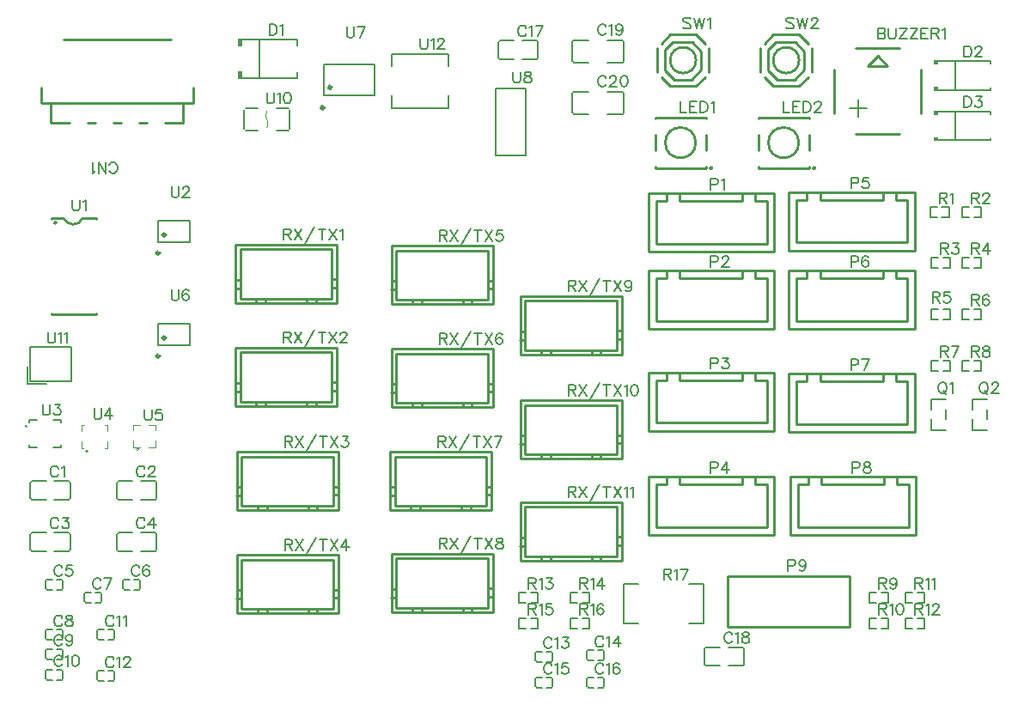
<source format=gto>
G04 Layer: TopSilkscreenLayer*
G04 EasyEDA v6.5.51, 2026-01-30 13:44:17*
G04 92297e22193845c58655d16a6a8cf733,4a48564a065a4812aa16136ba7ac55d9,10*
G04 Gerber Generator version 0.2*
G04 Scale: 100 percent, Rotated: No, Reflected: No *
G04 Dimensions in millimeters *
G04 leading zeros omitted , absolute positions ,4 integer and 5 decimal *
%FSLAX45Y45*%
%MOMM*%

%ADD10C,0.1524*%
%ADD11C,0.2032*%
%ADD12C,0.2540*%
%ADD13C,0.1520*%
%ADD14C,0.1000*%
%ADD15C,0.0134*%
%ADD16C,0.0762*%
%ADD17C,0.3000*%
%ADD18C,0.1500*%

%LPD*%
D10*
X9385287Y13805890D02*
G01*
X9385287Y13696924D01*
X9385287Y13805890D02*
G01*
X9432023Y13805890D01*
X9447517Y13800810D01*
X9452851Y13795476D01*
X9457931Y13785062D01*
X9457931Y13774648D01*
X9452851Y13764234D01*
X9447517Y13759154D01*
X9432023Y13754074D01*
X9385287Y13754074D02*
G01*
X9432023Y13754074D01*
X9447517Y13748740D01*
X9452851Y13743660D01*
X9457931Y13733246D01*
X9457931Y13717498D01*
X9452851Y13707084D01*
X9447517Y13702004D01*
X9432023Y13696924D01*
X9385287Y13696924D01*
X9492221Y13805890D02*
G01*
X9492221Y13727912D01*
X9497555Y13712418D01*
X9507969Y13702004D01*
X9523463Y13696924D01*
X9533877Y13696924D01*
X9549371Y13702004D01*
X9559785Y13712418D01*
X9565119Y13727912D01*
X9565119Y13805890D01*
X9672053Y13805890D02*
G01*
X9599409Y13696924D01*
X9599409Y13805890D02*
G01*
X9672053Y13805890D01*
X9599409Y13696924D02*
G01*
X9672053Y13696924D01*
X9778987Y13805890D02*
G01*
X9706343Y13696924D01*
X9706343Y13805890D02*
G01*
X9778987Y13805890D01*
X9706343Y13696924D02*
G01*
X9778987Y13696924D01*
X9813277Y13805890D02*
G01*
X9813277Y13696924D01*
X9813277Y13805890D02*
G01*
X9880841Y13805890D01*
X9813277Y13754074D02*
G01*
X9854933Y13754074D01*
X9813277Y13696924D02*
G01*
X9880841Y13696924D01*
X9915131Y13805890D02*
G01*
X9915131Y13696924D01*
X9915131Y13805890D02*
G01*
X9961867Y13805890D01*
X9977615Y13800810D01*
X9982695Y13795476D01*
X9988029Y13785062D01*
X9988029Y13774648D01*
X9982695Y13764234D01*
X9977615Y13759154D01*
X9961867Y13754074D01*
X9915131Y13754074D01*
X9951707Y13754074D02*
G01*
X9988029Y13696924D01*
X10022319Y13785062D02*
G01*
X10032733Y13790396D01*
X10048227Y13805890D01*
X10048227Y13696924D01*
D11*
X9107893Y13015671D02*
G01*
X9274263Y13015671D01*
X9191205Y12932613D02*
G01*
X9191205Y13098729D01*
D10*
X1309878Y9462008D02*
G01*
X1304544Y9472421D01*
X1294129Y9482836D01*
X1283970Y9487915D01*
X1263142Y9487915D01*
X1252728Y9482836D01*
X1242313Y9472421D01*
X1236979Y9462008D01*
X1231900Y9446260D01*
X1231900Y9420352D01*
X1236979Y9404858D01*
X1242313Y9394444D01*
X1252728Y9384029D01*
X1263142Y9378950D01*
X1283970Y9378950D01*
X1294129Y9384029D01*
X1304544Y9394444D01*
X1309878Y9404858D01*
X1344168Y9467087D02*
G01*
X1354581Y9472421D01*
X1370076Y9487915D01*
X1370076Y9378950D01*
X2160777Y9462008D02*
G01*
X2155443Y9472421D01*
X2145029Y9482836D01*
X2134870Y9487915D01*
X2114041Y9487915D01*
X2103627Y9482836D01*
X2093213Y9472421D01*
X2087879Y9462008D01*
X2082800Y9446260D01*
X2082800Y9420352D01*
X2087879Y9404858D01*
X2093213Y9394444D01*
X2103627Y9384029D01*
X2114041Y9378950D01*
X2134870Y9378950D01*
X2145029Y9384029D01*
X2155443Y9394444D01*
X2160777Y9404858D01*
X2200147Y9462008D02*
G01*
X2200147Y9467087D01*
X2205481Y9477502D01*
X2210561Y9482836D01*
X2220975Y9487915D01*
X2241804Y9487915D01*
X2252218Y9482836D01*
X2257297Y9477502D01*
X2262631Y9467087D01*
X2262631Y9456674D01*
X2257297Y9446260D01*
X2246884Y9430765D01*
X2195068Y9378950D01*
X2267711Y9378950D01*
X1309878Y8954008D02*
G01*
X1304544Y8964421D01*
X1294129Y8974836D01*
X1283970Y8979915D01*
X1263142Y8979915D01*
X1252728Y8974836D01*
X1242313Y8964421D01*
X1236979Y8954008D01*
X1231900Y8938260D01*
X1231900Y8912352D01*
X1236979Y8896858D01*
X1242313Y8886444D01*
X1252728Y8876029D01*
X1263142Y8870950D01*
X1283970Y8870950D01*
X1294129Y8876029D01*
X1304544Y8886444D01*
X1309878Y8896858D01*
X1354581Y8979915D02*
G01*
X1411731Y8979915D01*
X1380489Y8938260D01*
X1395984Y8938260D01*
X1406397Y8933179D01*
X1411731Y8928100D01*
X1416812Y8912352D01*
X1416812Y8901937D01*
X1411731Y8886444D01*
X1401318Y8876029D01*
X1385570Y8870950D01*
X1370076Y8870950D01*
X1354581Y8876029D01*
X1349247Y8881110D01*
X1344168Y8891524D01*
X2160777Y8954008D02*
G01*
X2155443Y8964421D01*
X2145029Y8974836D01*
X2134870Y8979915D01*
X2114041Y8979915D01*
X2103627Y8974836D01*
X2093213Y8964421D01*
X2087879Y8954008D01*
X2082800Y8938260D01*
X2082800Y8912352D01*
X2087879Y8896858D01*
X2093213Y8886444D01*
X2103627Y8876029D01*
X2114041Y8870950D01*
X2134870Y8870950D01*
X2145029Y8876029D01*
X2155443Y8886444D01*
X2160777Y8896858D01*
X2246884Y8979915D02*
G01*
X2195068Y8907271D01*
X2273045Y8907271D01*
X2246884Y8979915D02*
G01*
X2246884Y8870950D01*
X5919977Y13805407D02*
G01*
X5914643Y13815821D01*
X5904229Y13826236D01*
X5894070Y13831316D01*
X5873241Y13831316D01*
X5862827Y13826236D01*
X5852413Y13815821D01*
X5847079Y13805407D01*
X5842000Y13789660D01*
X5842000Y13763752D01*
X5847079Y13748257D01*
X5852413Y13737844D01*
X5862827Y13727429D01*
X5873241Y13722350D01*
X5894070Y13722350D01*
X5904229Y13727429D01*
X5914643Y13737844D01*
X5919977Y13748257D01*
X5954268Y13810487D02*
G01*
X5964681Y13815821D01*
X5980175Y13831316D01*
X5980175Y13722350D01*
X6087109Y13831316D02*
G01*
X6035293Y13722350D01*
X6014465Y13831316D02*
G01*
X6087109Y13831316D01*
X7951977Y7823708D02*
G01*
X7946643Y7834121D01*
X7936229Y7844536D01*
X7926070Y7849615D01*
X7905241Y7849615D01*
X7894827Y7844536D01*
X7884413Y7834121D01*
X7879079Y7823708D01*
X7874000Y7807960D01*
X7874000Y7782052D01*
X7879079Y7766558D01*
X7884413Y7756144D01*
X7894827Y7745729D01*
X7905241Y7740650D01*
X7926070Y7740650D01*
X7936229Y7745729D01*
X7946643Y7756144D01*
X7951977Y7766558D01*
X7986268Y7828787D02*
G01*
X7996681Y7834121D01*
X8012175Y7849615D01*
X8012175Y7740650D01*
X8072374Y7849615D02*
G01*
X8056879Y7844536D01*
X8051800Y7834121D01*
X8051800Y7823708D01*
X8056879Y7813294D01*
X8067293Y7807960D01*
X8088122Y7802879D01*
X8103615Y7797800D01*
X8114029Y7787386D01*
X8119109Y7776971D01*
X8119109Y7761223D01*
X8114029Y7750810D01*
X8108950Y7745729D01*
X8093202Y7740650D01*
X8072374Y7740650D01*
X8056879Y7745729D01*
X8051800Y7750810D01*
X8046465Y7761223D01*
X8046465Y7776971D01*
X8051800Y7787386D01*
X8061959Y7797800D01*
X8077708Y7802879D01*
X8098536Y7807960D01*
X8108950Y7813294D01*
X8114029Y7823708D01*
X8114029Y7834121D01*
X8108950Y7844536D01*
X8093202Y7849615D01*
X8072374Y7849615D01*
X1347978Y8484108D02*
G01*
X1342644Y8494521D01*
X1332229Y8504936D01*
X1322070Y8510015D01*
X1301242Y8510015D01*
X1290828Y8504936D01*
X1280413Y8494521D01*
X1275079Y8484108D01*
X1270000Y8468360D01*
X1270000Y8442452D01*
X1275079Y8426958D01*
X1280413Y8416544D01*
X1290828Y8406129D01*
X1301242Y8401050D01*
X1322070Y8401050D01*
X1332229Y8406129D01*
X1342644Y8416544D01*
X1347978Y8426958D01*
X1444497Y8510015D02*
G01*
X1392681Y8510015D01*
X1387347Y8463279D01*
X1392681Y8468360D01*
X1408176Y8473694D01*
X1423670Y8473694D01*
X1439418Y8468360D01*
X1449831Y8458200D01*
X1454912Y8442452D01*
X1454912Y8432037D01*
X1449831Y8416544D01*
X1439418Y8406129D01*
X1423670Y8401050D01*
X1408176Y8401050D01*
X1392681Y8406129D01*
X1387347Y8411210D01*
X1382268Y8421624D01*
X2109977Y8484108D02*
G01*
X2104643Y8494521D01*
X2094229Y8504936D01*
X2084070Y8510015D01*
X2063241Y8510015D01*
X2052827Y8504936D01*
X2042413Y8494521D01*
X2037079Y8484108D01*
X2032000Y8468360D01*
X2032000Y8442452D01*
X2037079Y8426958D01*
X2042413Y8416544D01*
X2052827Y8406129D01*
X2063241Y8401050D01*
X2084070Y8401050D01*
X2094229Y8406129D01*
X2104643Y8416544D01*
X2109977Y8426958D01*
X2206497Y8494521D02*
G01*
X2201418Y8504936D01*
X2185670Y8510015D01*
X2175509Y8510015D01*
X2159761Y8504936D01*
X2149347Y8489187D01*
X2144268Y8463279D01*
X2144268Y8437371D01*
X2149347Y8416544D01*
X2159761Y8406129D01*
X2175509Y8401050D01*
X2180590Y8401050D01*
X2196084Y8406129D01*
X2206497Y8416544D01*
X2211831Y8432037D01*
X2211831Y8437371D01*
X2206497Y8452865D01*
X2196084Y8463279D01*
X2180590Y8468360D01*
X2175509Y8468360D01*
X2159761Y8463279D01*
X2149347Y8452865D01*
X2144268Y8437371D01*
X1728978Y8357108D02*
G01*
X1723644Y8367521D01*
X1713229Y8377936D01*
X1703070Y8383015D01*
X1682242Y8383015D01*
X1671828Y8377936D01*
X1661413Y8367521D01*
X1656079Y8357108D01*
X1651000Y8341360D01*
X1651000Y8315452D01*
X1656079Y8299958D01*
X1661413Y8289544D01*
X1671828Y8279129D01*
X1682242Y8274050D01*
X1703070Y8274050D01*
X1713229Y8279129D01*
X1723644Y8289544D01*
X1728978Y8299958D01*
X1835912Y8383015D02*
G01*
X1784095Y8274050D01*
X1763268Y8383015D02*
G01*
X1835912Y8383015D01*
X1347978Y7988808D02*
G01*
X1342644Y7999221D01*
X1332229Y8009636D01*
X1322070Y8014715D01*
X1301242Y8014715D01*
X1290828Y8009636D01*
X1280413Y7999221D01*
X1275079Y7988808D01*
X1270000Y7973060D01*
X1270000Y7947152D01*
X1275079Y7931658D01*
X1280413Y7921244D01*
X1290828Y7910829D01*
X1301242Y7905750D01*
X1322070Y7905750D01*
X1332229Y7910829D01*
X1342644Y7921244D01*
X1347978Y7931658D01*
X1408176Y8014715D02*
G01*
X1392681Y8009636D01*
X1387347Y7999221D01*
X1387347Y7988808D01*
X1392681Y7978394D01*
X1403095Y7973060D01*
X1423670Y7967979D01*
X1439418Y7962900D01*
X1449831Y7952486D01*
X1454912Y7942071D01*
X1454912Y7926323D01*
X1449831Y7915910D01*
X1444497Y7910829D01*
X1429004Y7905750D01*
X1408176Y7905750D01*
X1392681Y7910829D01*
X1387347Y7915910D01*
X1382268Y7926323D01*
X1382268Y7942071D01*
X1387347Y7952486D01*
X1397762Y7962900D01*
X1413510Y7967979D01*
X1434084Y7973060D01*
X1444497Y7978394D01*
X1449831Y7988808D01*
X1449831Y7999221D01*
X1444497Y8009636D01*
X1429004Y8014715D01*
X1408176Y8014715D01*
X1347978Y7798308D02*
G01*
X1342644Y7808721D01*
X1332229Y7819136D01*
X1322070Y7824215D01*
X1301242Y7824215D01*
X1290828Y7819136D01*
X1280413Y7808721D01*
X1275079Y7798308D01*
X1270000Y7782560D01*
X1270000Y7756652D01*
X1275079Y7741158D01*
X1280413Y7730744D01*
X1290828Y7720329D01*
X1301242Y7715250D01*
X1322070Y7715250D01*
X1332229Y7720329D01*
X1342644Y7730744D01*
X1347978Y7741158D01*
X1449831Y7787894D02*
G01*
X1444497Y7772400D01*
X1434084Y7761986D01*
X1418589Y7756652D01*
X1413510Y7756652D01*
X1397762Y7761986D01*
X1387347Y7772400D01*
X1382268Y7787894D01*
X1382268Y7792973D01*
X1387347Y7808721D01*
X1397762Y7819136D01*
X1413510Y7824215D01*
X1418589Y7824215D01*
X1434084Y7819136D01*
X1444497Y7808721D01*
X1449831Y7787894D01*
X1449831Y7761986D01*
X1444497Y7735823D01*
X1434084Y7720329D01*
X1418589Y7715250D01*
X1408176Y7715250D01*
X1392681Y7720329D01*
X1387347Y7730744D01*
X1347978Y7595108D02*
G01*
X1342644Y7605521D01*
X1332229Y7615936D01*
X1322070Y7621015D01*
X1301242Y7621015D01*
X1290828Y7615936D01*
X1280413Y7605521D01*
X1275079Y7595108D01*
X1270000Y7579360D01*
X1270000Y7553452D01*
X1275079Y7537958D01*
X1280413Y7527544D01*
X1290828Y7517129D01*
X1301242Y7512050D01*
X1322070Y7512050D01*
X1332229Y7517129D01*
X1342644Y7527544D01*
X1347978Y7537958D01*
X1382268Y7600187D02*
G01*
X1392681Y7605521D01*
X1408176Y7621015D01*
X1408176Y7512050D01*
X1473707Y7621015D02*
G01*
X1457960Y7615936D01*
X1447800Y7600187D01*
X1442465Y7574279D01*
X1442465Y7558786D01*
X1447800Y7532623D01*
X1457960Y7517129D01*
X1473707Y7512050D01*
X1484121Y7512050D01*
X1499615Y7517129D01*
X1510029Y7532623D01*
X1515110Y7558786D01*
X1515110Y7574279D01*
X1510029Y7600187D01*
X1499615Y7615936D01*
X1484121Y7621015D01*
X1473707Y7621015D01*
X1855978Y7988808D02*
G01*
X1850644Y7999221D01*
X1840229Y8009636D01*
X1830070Y8014715D01*
X1809242Y8014715D01*
X1798828Y8009636D01*
X1788413Y7999221D01*
X1783079Y7988808D01*
X1778000Y7973060D01*
X1778000Y7947152D01*
X1783079Y7931658D01*
X1788413Y7921244D01*
X1798828Y7910829D01*
X1809242Y7905750D01*
X1830070Y7905750D01*
X1840229Y7910829D01*
X1850644Y7921244D01*
X1855978Y7931658D01*
X1890268Y7993887D02*
G01*
X1900681Y7999221D01*
X1916176Y8014715D01*
X1916176Y7905750D01*
X1950465Y7993887D02*
G01*
X1960879Y7999221D01*
X1976374Y8014715D01*
X1976374Y7905750D01*
X1855978Y7582408D02*
G01*
X1850644Y7592821D01*
X1840229Y7603236D01*
X1830070Y7608315D01*
X1809242Y7608315D01*
X1798828Y7603236D01*
X1788413Y7592821D01*
X1783079Y7582408D01*
X1778000Y7566660D01*
X1778000Y7540752D01*
X1783079Y7525258D01*
X1788413Y7514844D01*
X1798828Y7504429D01*
X1809242Y7499350D01*
X1830070Y7499350D01*
X1840229Y7504429D01*
X1850644Y7514844D01*
X1855978Y7525258D01*
X1890268Y7587487D02*
G01*
X1900681Y7592821D01*
X1916176Y7608315D01*
X1916176Y7499350D01*
X1955800Y7582408D02*
G01*
X1955800Y7587487D01*
X1960879Y7597902D01*
X1965959Y7603236D01*
X1976374Y7608315D01*
X1997202Y7608315D01*
X2007615Y7603236D01*
X2012950Y7597902D01*
X2018029Y7587487D01*
X2018029Y7577073D01*
X2012950Y7566660D01*
X2002536Y7551165D01*
X1950465Y7499350D01*
X2023109Y7499350D01*
X6173977Y7772908D02*
G01*
X6168643Y7783321D01*
X6158229Y7793736D01*
X6148070Y7798815D01*
X6127241Y7798815D01*
X6116827Y7793736D01*
X6106413Y7783321D01*
X6101079Y7772908D01*
X6096000Y7757160D01*
X6096000Y7731252D01*
X6101079Y7715758D01*
X6106413Y7705344D01*
X6116827Y7694929D01*
X6127241Y7689850D01*
X6148070Y7689850D01*
X6158229Y7694929D01*
X6168643Y7705344D01*
X6173977Y7715758D01*
X6208268Y7777987D02*
G01*
X6218681Y7783321D01*
X6234175Y7798815D01*
X6234175Y7689850D01*
X6278879Y7798815D02*
G01*
X6336029Y7798815D01*
X6304788Y7757160D01*
X6320536Y7757160D01*
X6330950Y7752079D01*
X6336029Y7747000D01*
X6341109Y7731252D01*
X6341109Y7720837D01*
X6336029Y7705344D01*
X6325615Y7694929D01*
X6310122Y7689850D01*
X6294374Y7689850D01*
X6278879Y7694929D01*
X6273800Y7700010D01*
X6268465Y7710423D01*
X6681977Y7785608D02*
G01*
X6676643Y7796021D01*
X6666229Y7806436D01*
X6656070Y7811515D01*
X6635241Y7811515D01*
X6624827Y7806436D01*
X6614413Y7796021D01*
X6609079Y7785608D01*
X6604000Y7769860D01*
X6604000Y7743952D01*
X6609079Y7728458D01*
X6614413Y7718044D01*
X6624827Y7707629D01*
X6635241Y7702550D01*
X6656070Y7702550D01*
X6666229Y7707629D01*
X6676643Y7718044D01*
X6681977Y7728458D01*
X6716268Y7790687D02*
G01*
X6726681Y7796021D01*
X6742175Y7811515D01*
X6742175Y7702550D01*
X6828536Y7811515D02*
G01*
X6776465Y7738871D01*
X6854443Y7738871D01*
X6828536Y7811515D02*
G01*
X6828536Y7702550D01*
X6173977Y7518908D02*
G01*
X6168643Y7529321D01*
X6158229Y7539736D01*
X6148070Y7544815D01*
X6127241Y7544815D01*
X6116827Y7539736D01*
X6106413Y7529321D01*
X6101079Y7518908D01*
X6096000Y7503160D01*
X6096000Y7477252D01*
X6101079Y7461758D01*
X6106413Y7451344D01*
X6116827Y7440929D01*
X6127241Y7435850D01*
X6148070Y7435850D01*
X6158229Y7440929D01*
X6168643Y7451344D01*
X6173977Y7461758D01*
X6208268Y7523987D02*
G01*
X6218681Y7529321D01*
X6234175Y7544815D01*
X6234175Y7435850D01*
X6330950Y7544815D02*
G01*
X6278879Y7544815D01*
X6273800Y7498079D01*
X6278879Y7503160D01*
X6294374Y7508494D01*
X6310122Y7508494D01*
X6325615Y7503160D01*
X6336029Y7493000D01*
X6341109Y7477252D01*
X6341109Y7466837D01*
X6336029Y7451344D01*
X6325615Y7440929D01*
X6310122Y7435850D01*
X6294374Y7435850D01*
X6278879Y7440929D01*
X6273800Y7446010D01*
X6268465Y7456423D01*
X6681977Y7518908D02*
G01*
X6676643Y7529321D01*
X6666229Y7539736D01*
X6656070Y7544815D01*
X6635241Y7544815D01*
X6624827Y7539736D01*
X6614413Y7529321D01*
X6609079Y7518908D01*
X6604000Y7503160D01*
X6604000Y7477252D01*
X6609079Y7461758D01*
X6614413Y7451344D01*
X6624827Y7440929D01*
X6635241Y7435850D01*
X6656070Y7435850D01*
X6666229Y7440929D01*
X6676643Y7451344D01*
X6681977Y7461758D01*
X6716268Y7523987D02*
G01*
X6726681Y7529321D01*
X6742175Y7544815D01*
X6742175Y7435850D01*
X6838950Y7529321D02*
G01*
X6833615Y7539736D01*
X6818122Y7544815D01*
X6807708Y7544815D01*
X6791959Y7539736D01*
X6781800Y7523987D01*
X6776465Y7498079D01*
X6776465Y7472171D01*
X6781800Y7451344D01*
X6791959Y7440929D01*
X6807708Y7435850D01*
X6812788Y7435850D01*
X6828536Y7440929D01*
X6838950Y7451344D01*
X6844029Y7466837D01*
X6844029Y7472171D01*
X6838950Y7487665D01*
X6828536Y7498079D01*
X6812788Y7503160D01*
X6807708Y7503160D01*
X6791959Y7498079D01*
X6781800Y7487665D01*
X6776465Y7472171D01*
X6707377Y13818107D02*
G01*
X6702043Y13828521D01*
X6691629Y13838936D01*
X6681470Y13844016D01*
X6660641Y13844016D01*
X6650227Y13838936D01*
X6639813Y13828521D01*
X6634479Y13818107D01*
X6629400Y13802360D01*
X6629400Y13776452D01*
X6634479Y13760957D01*
X6639813Y13750544D01*
X6650227Y13740129D01*
X6660641Y13735050D01*
X6681470Y13735050D01*
X6691629Y13740129D01*
X6702043Y13750544D01*
X6707377Y13760957D01*
X6741668Y13823187D02*
G01*
X6752081Y13828521D01*
X6767575Y13844016D01*
X6767575Y13735050D01*
X6869429Y13807694D02*
G01*
X6864350Y13792200D01*
X6853936Y13781786D01*
X6838188Y13776452D01*
X6833108Y13776452D01*
X6817359Y13781786D01*
X6807200Y13792200D01*
X6801865Y13807694D01*
X6801865Y13812774D01*
X6807200Y13828521D01*
X6817359Y13838936D01*
X6833108Y13844016D01*
X6838188Y13844016D01*
X6853936Y13838936D01*
X6864350Y13828521D01*
X6869429Y13807694D01*
X6869429Y13781786D01*
X6864350Y13755624D01*
X6853936Y13740129D01*
X6838188Y13735050D01*
X6827774Y13735050D01*
X6812279Y13740129D01*
X6807200Y13750544D01*
X6707377Y13310107D02*
G01*
X6702043Y13320521D01*
X6691629Y13330936D01*
X6681470Y13336016D01*
X6660641Y13336016D01*
X6650227Y13330936D01*
X6639813Y13320521D01*
X6634479Y13310107D01*
X6629400Y13294360D01*
X6629400Y13268452D01*
X6634479Y13252957D01*
X6639813Y13242544D01*
X6650227Y13232129D01*
X6660641Y13227050D01*
X6681470Y13227050D01*
X6691629Y13232129D01*
X6702043Y13242544D01*
X6707377Y13252957D01*
X6746747Y13310107D02*
G01*
X6746747Y13315187D01*
X6752081Y13325602D01*
X6757161Y13330936D01*
X6767575Y13336016D01*
X6788404Y13336016D01*
X6798818Y13330936D01*
X6803897Y13325602D01*
X6809231Y13315187D01*
X6809231Y13304774D01*
X6803897Y13294360D01*
X6793484Y13278866D01*
X6741668Y13227050D01*
X6814311Y13227050D01*
X6879843Y13336016D02*
G01*
X6864350Y13330936D01*
X6853936Y13315187D01*
X6848602Y13289279D01*
X6848602Y13273786D01*
X6853936Y13247624D01*
X6864350Y13232129D01*
X6879843Y13227050D01*
X6890258Y13227050D01*
X6905752Y13232129D01*
X6916165Y13247624D01*
X6921500Y13273786D01*
X6921500Y13289279D01*
X6916165Y13315187D01*
X6905752Y13330936D01*
X6890258Y13336016D01*
X6879843Y13336016D01*
X1814321Y12400292D02*
G01*
X1819655Y12389878D01*
X1830070Y12379464D01*
X1840229Y12374384D01*
X1861057Y12374384D01*
X1871471Y12379464D01*
X1881886Y12389878D01*
X1887220Y12400292D01*
X1892300Y12416040D01*
X1892300Y12441948D01*
X1887220Y12457442D01*
X1881886Y12467856D01*
X1871471Y12478270D01*
X1861057Y12483350D01*
X1840229Y12483350D01*
X1830070Y12478270D01*
X1819655Y12467856D01*
X1814321Y12457442D01*
X1780031Y12374384D02*
G01*
X1780031Y12483350D01*
X1780031Y12374384D02*
G01*
X1707387Y12483350D01*
X1707387Y12374384D02*
G01*
X1707387Y12483350D01*
X1673097Y12395212D02*
G01*
X1662684Y12389878D01*
X1647189Y12374384D01*
X1647189Y12483350D01*
X3390900Y13844016D02*
G01*
X3390900Y13735050D01*
X3390900Y13844016D02*
G01*
X3427222Y13844016D01*
X3442970Y13838936D01*
X3453129Y13828521D01*
X3458463Y13818107D01*
X3463543Y13802360D01*
X3463543Y13776452D01*
X3458463Y13760957D01*
X3453129Y13750544D01*
X3442970Y13740129D01*
X3427222Y13735050D01*
X3390900Y13735050D01*
X3497834Y13823187D02*
G01*
X3508247Y13828521D01*
X3523995Y13844016D01*
X3523995Y13735050D01*
X10236200Y13628116D02*
G01*
X10236200Y13519150D01*
X10236200Y13628116D02*
G01*
X10272522Y13628116D01*
X10288270Y13623036D01*
X10298429Y13612621D01*
X10303763Y13602207D01*
X10308843Y13586460D01*
X10308843Y13560552D01*
X10303763Y13545057D01*
X10298429Y13534644D01*
X10288270Y13524229D01*
X10272522Y13519150D01*
X10236200Y13519150D01*
X10348468Y13602207D02*
G01*
X10348468Y13607287D01*
X10353547Y13617702D01*
X10358881Y13623036D01*
X10369295Y13628116D01*
X10389870Y13628116D01*
X10400284Y13623036D01*
X10405618Y13617702D01*
X10410697Y13607287D01*
X10410697Y13596874D01*
X10405618Y13586460D01*
X10395204Y13570966D01*
X10343134Y13519150D01*
X10416031Y13519150D01*
X10236200Y13132816D02*
G01*
X10236200Y13023850D01*
X10236200Y13132816D02*
G01*
X10272522Y13132816D01*
X10288270Y13127736D01*
X10298429Y13117321D01*
X10303763Y13106908D01*
X10308843Y13091160D01*
X10308843Y13065252D01*
X10303763Y13049758D01*
X10298429Y13039344D01*
X10288270Y13028929D01*
X10272522Y13023850D01*
X10236200Y13023850D01*
X10353547Y13132816D02*
G01*
X10410697Y13132816D01*
X10379709Y13091160D01*
X10395204Y13091160D01*
X10405618Y13086079D01*
X10410697Y13081000D01*
X10416031Y13065252D01*
X10416031Y13054837D01*
X10410697Y13039344D01*
X10400284Y13028929D01*
X10384790Y13023850D01*
X10369295Y13023850D01*
X10353547Y13028929D01*
X10348468Y13034010D01*
X10343134Y13044424D01*
X7438504Y13081914D02*
G01*
X7438504Y12972948D01*
X7438504Y12972948D02*
G01*
X7500734Y12972948D01*
X7535024Y13081914D02*
G01*
X7535024Y12972948D01*
X7535024Y13081914D02*
G01*
X7602588Y13081914D01*
X7535024Y13030098D02*
G01*
X7576680Y13030098D01*
X7535024Y12972948D02*
G01*
X7602588Y12972948D01*
X7636878Y13081914D02*
G01*
X7636878Y12972948D01*
X7636878Y13081914D02*
G01*
X7673454Y13081914D01*
X7688948Y13076834D01*
X7699362Y13066420D01*
X7704442Y13056006D01*
X7709776Y13040258D01*
X7709776Y13014350D01*
X7704442Y12998856D01*
X7699362Y12988442D01*
X7688948Y12978028D01*
X7673454Y12972948D01*
X7636878Y12972948D01*
X7744066Y13061086D02*
G01*
X7754480Y13066420D01*
X7769974Y13081914D01*
X7769974Y12972948D01*
X8454504Y13081914D02*
G01*
X8454504Y12972948D01*
X8454504Y12972948D02*
G01*
X8516734Y12972948D01*
X8551024Y13081914D02*
G01*
X8551024Y12972948D01*
X8551024Y13081914D02*
G01*
X8618588Y13081914D01*
X8551024Y13030098D02*
G01*
X8592680Y13030098D01*
X8551024Y12972948D02*
G01*
X8618588Y12972948D01*
X8652878Y13081914D02*
G01*
X8652878Y12972948D01*
X8652878Y13081914D02*
G01*
X8689454Y13081914D01*
X8704948Y13076834D01*
X8715362Y13066420D01*
X8720442Y13056006D01*
X8725776Y13040258D01*
X8725776Y13014350D01*
X8720442Y12998856D01*
X8715362Y12988442D01*
X8704948Y12978028D01*
X8689454Y12972948D01*
X8652878Y12972948D01*
X8765146Y13056006D02*
G01*
X8765146Y13061086D01*
X8770480Y13071500D01*
X8775560Y13076834D01*
X8785974Y13081914D01*
X8806802Y13081914D01*
X8817216Y13076834D01*
X8822296Y13071500D01*
X8827630Y13061086D01*
X8827630Y13050672D01*
X8822296Y13040258D01*
X8811882Y13024764D01*
X8760066Y12972948D01*
X8832710Y12972948D01*
X7740294Y12320015D02*
G01*
X7740294Y12211050D01*
X7740294Y12320015D02*
G01*
X7787030Y12320015D01*
X7802524Y12314936D01*
X7807858Y12309602D01*
X7812938Y12299187D01*
X7812938Y12283694D01*
X7807858Y12273279D01*
X7802524Y12268200D01*
X7787030Y12262865D01*
X7740294Y12262865D01*
X7847228Y12299187D02*
G01*
X7857642Y12304521D01*
X7873390Y12320015D01*
X7873390Y12211050D01*
X7740294Y11558015D02*
G01*
X7740294Y11449050D01*
X7740294Y11558015D02*
G01*
X7787030Y11558015D01*
X7802524Y11552936D01*
X7807858Y11547602D01*
X7812938Y11537187D01*
X7812938Y11521694D01*
X7807858Y11511279D01*
X7802524Y11506200D01*
X7787030Y11500865D01*
X7740294Y11500865D01*
X7852562Y11532108D02*
G01*
X7852562Y11537187D01*
X7857642Y11547602D01*
X7862976Y11552936D01*
X7873390Y11558015D01*
X7893964Y11558015D01*
X7904378Y11552936D01*
X7909712Y11547602D01*
X7914792Y11537187D01*
X7914792Y11526774D01*
X7909712Y11516360D01*
X7899298Y11500865D01*
X7847228Y11449050D01*
X7920126Y11449050D01*
X7740294Y10554715D02*
G01*
X7740294Y10445750D01*
X7740294Y10554715D02*
G01*
X7787030Y10554715D01*
X7802524Y10549636D01*
X7807858Y10544302D01*
X7812938Y10533887D01*
X7812938Y10518394D01*
X7807858Y10507979D01*
X7802524Y10502900D01*
X7787030Y10497565D01*
X7740294Y10497565D01*
X7857642Y10554715D02*
G01*
X7914792Y10554715D01*
X7883804Y10513060D01*
X7899298Y10513060D01*
X7909712Y10507979D01*
X7914792Y10502900D01*
X7920126Y10487152D01*
X7920126Y10476737D01*
X7914792Y10461244D01*
X7904378Y10450829D01*
X7888884Y10445750D01*
X7873390Y10445750D01*
X7857642Y10450829D01*
X7852562Y10455910D01*
X7847228Y10466324D01*
X7740294Y9526015D02*
G01*
X7740294Y9417050D01*
X7740294Y9526015D02*
G01*
X7787030Y9526015D01*
X7802524Y9520936D01*
X7807858Y9515602D01*
X7812938Y9505187D01*
X7812938Y9489694D01*
X7807858Y9479279D01*
X7802524Y9474200D01*
X7787030Y9468865D01*
X7740294Y9468865D01*
X7899298Y9526015D02*
G01*
X7847228Y9453371D01*
X7925206Y9453371D01*
X7899298Y9526015D02*
G01*
X7899298Y9417050D01*
X9124594Y12332715D02*
G01*
X9124594Y12223750D01*
X9124594Y12332715D02*
G01*
X9171330Y12332715D01*
X9186824Y12327636D01*
X9192158Y12322302D01*
X9197238Y12311887D01*
X9197238Y12296394D01*
X9192158Y12285979D01*
X9186824Y12280900D01*
X9171330Y12275565D01*
X9124594Y12275565D01*
X9294012Y12332715D02*
G01*
X9241942Y12332715D01*
X9236862Y12285979D01*
X9241942Y12291060D01*
X9257690Y12296394D01*
X9273184Y12296394D01*
X9288678Y12291060D01*
X9299092Y12280900D01*
X9304426Y12265152D01*
X9304426Y12254737D01*
X9299092Y12239244D01*
X9288678Y12228829D01*
X9273184Y12223750D01*
X9257690Y12223750D01*
X9241942Y12228829D01*
X9236862Y12233910D01*
X9231528Y12244324D01*
X9124594Y11558015D02*
G01*
X9124594Y11449050D01*
X9124594Y11558015D02*
G01*
X9171330Y11558015D01*
X9186824Y11552936D01*
X9192158Y11547602D01*
X9197238Y11537187D01*
X9197238Y11521694D01*
X9192158Y11511279D01*
X9186824Y11506200D01*
X9171330Y11500865D01*
X9124594Y11500865D01*
X9294012Y11542521D02*
G01*
X9288678Y11552936D01*
X9273184Y11558015D01*
X9262770Y11558015D01*
X9247276Y11552936D01*
X9236862Y11537187D01*
X9231528Y11511279D01*
X9231528Y11485371D01*
X9236862Y11464544D01*
X9247276Y11454129D01*
X9262770Y11449050D01*
X9268104Y11449050D01*
X9283598Y11454129D01*
X9294012Y11464544D01*
X9299092Y11480037D01*
X9299092Y11485371D01*
X9294012Y11500865D01*
X9283598Y11511279D01*
X9268104Y11516360D01*
X9262770Y11516360D01*
X9247276Y11511279D01*
X9236862Y11500865D01*
X9231528Y11485371D01*
X9124594Y10542015D02*
G01*
X9124594Y10433050D01*
X9124594Y10542015D02*
G01*
X9171330Y10542015D01*
X9186824Y10536936D01*
X9192158Y10531602D01*
X9197238Y10521187D01*
X9197238Y10505694D01*
X9192158Y10495279D01*
X9186824Y10490200D01*
X9171330Y10484865D01*
X9124594Y10484865D01*
X9304426Y10542015D02*
G01*
X9252356Y10433050D01*
X9231528Y10542015D02*
G01*
X9304426Y10542015D01*
X9137294Y9526015D02*
G01*
X9137294Y9417050D01*
X9137294Y9526015D02*
G01*
X9184030Y9526015D01*
X9199524Y9520936D01*
X9204858Y9515602D01*
X9209938Y9505187D01*
X9209938Y9489694D01*
X9204858Y9479279D01*
X9199524Y9474200D01*
X9184030Y9468865D01*
X9137294Y9468865D01*
X9270390Y9526015D02*
G01*
X9254642Y9520936D01*
X9249562Y9510521D01*
X9249562Y9500108D01*
X9254642Y9489694D01*
X9265056Y9484360D01*
X9285884Y9479279D01*
X9301378Y9474200D01*
X9311792Y9463786D01*
X9317126Y9453371D01*
X9317126Y9437624D01*
X9311792Y9427210D01*
X9306712Y9422129D01*
X9290964Y9417050D01*
X9270390Y9417050D01*
X9254642Y9422129D01*
X9249562Y9427210D01*
X9244228Y9437624D01*
X9244228Y9453371D01*
X9249562Y9463786D01*
X9259976Y9474200D01*
X9275470Y9479279D01*
X9296298Y9484360D01*
X9306712Y9489694D01*
X9311792Y9500108D01*
X9311792Y9510521D01*
X9306712Y9520936D01*
X9290964Y9526015D01*
X9270390Y9526015D01*
X8502650Y8562467D02*
G01*
X8502650Y8453501D01*
X8502650Y8562467D02*
G01*
X8549386Y8562467D01*
X8564879Y8557387D01*
X8570213Y8552053D01*
X8575293Y8541638D01*
X8575293Y8526145D01*
X8570213Y8515730D01*
X8564879Y8510651D01*
X8549386Y8505317D01*
X8502650Y8505317D01*
X8677147Y8526145D02*
G01*
X8672068Y8510651D01*
X8661654Y8500237D01*
X8646159Y8494903D01*
X8640825Y8494903D01*
X8625331Y8500237D01*
X8614918Y8510651D01*
X8609584Y8526145D01*
X8609584Y8531225D01*
X8614918Y8546972D01*
X8625331Y8557387D01*
X8640825Y8562467D01*
X8646159Y8562467D01*
X8661654Y8557387D01*
X8672068Y8546972D01*
X8677147Y8526145D01*
X8677147Y8500237D01*
X8672068Y8474075D01*
X8661654Y8458580D01*
X8646159Y8453501D01*
X8635745Y8453501D01*
X8619997Y8458580D01*
X8614918Y8468995D01*
X10013441Y10313415D02*
G01*
X10003027Y10308336D01*
X9992613Y10297921D01*
X9987279Y10287508D01*
X9982200Y10271760D01*
X9982200Y10245852D01*
X9987279Y10230358D01*
X9992613Y10219944D01*
X10003027Y10209529D01*
X10013441Y10204450D01*
X10034270Y10204450D01*
X10044429Y10209529D01*
X10054843Y10219944D01*
X10060177Y10230358D01*
X10065258Y10245852D01*
X10065258Y10271760D01*
X10060177Y10287508D01*
X10054843Y10297921D01*
X10044429Y10308336D01*
X10034270Y10313415D01*
X10013441Y10313415D01*
X10028936Y10225024D02*
G01*
X10060177Y10194036D01*
X10099547Y10292587D02*
G01*
X10109961Y10297921D01*
X10125709Y10313415D01*
X10125709Y10204450D01*
X10419841Y10313415D02*
G01*
X10409427Y10308336D01*
X10399013Y10297921D01*
X10393679Y10287508D01*
X10388600Y10271760D01*
X10388600Y10245852D01*
X10393679Y10230358D01*
X10399013Y10219944D01*
X10409427Y10209529D01*
X10419841Y10204450D01*
X10440670Y10204450D01*
X10450829Y10209529D01*
X10461243Y10219944D01*
X10466577Y10230358D01*
X10471658Y10245852D01*
X10471658Y10271760D01*
X10466577Y10287508D01*
X10461243Y10297921D01*
X10450829Y10308336D01*
X10440670Y10313415D01*
X10419841Y10313415D01*
X10435336Y10225024D02*
G01*
X10466577Y10194036D01*
X10511281Y10287508D02*
G01*
X10511281Y10292587D01*
X10516361Y10303002D01*
X10521695Y10308336D01*
X10532109Y10313415D01*
X10552684Y10313415D01*
X10563097Y10308336D01*
X10568431Y10303002D01*
X10573511Y10292587D01*
X10573511Y10282174D01*
X10568431Y10271760D01*
X10558018Y10256265D01*
X10505947Y10204450D01*
X10578845Y10204450D01*
X9994900Y12180315D02*
G01*
X9994900Y12071350D01*
X9994900Y12180315D02*
G01*
X10041636Y12180315D01*
X10057129Y12175236D01*
X10062463Y12169902D01*
X10067543Y12159487D01*
X10067543Y12149074D01*
X10062463Y12138660D01*
X10057129Y12133579D01*
X10041636Y12128500D01*
X9994900Y12128500D01*
X10031222Y12128500D02*
G01*
X10067543Y12071350D01*
X10101834Y12159487D02*
G01*
X10112247Y12164821D01*
X10127995Y12180315D01*
X10127995Y12071350D01*
X10312400Y12180315D02*
G01*
X10312400Y12071350D01*
X10312400Y12180315D02*
G01*
X10359136Y12180315D01*
X10374629Y12175236D01*
X10379963Y12169902D01*
X10385043Y12159487D01*
X10385043Y12149074D01*
X10379963Y12138660D01*
X10374629Y12133579D01*
X10359136Y12128500D01*
X10312400Y12128500D01*
X10348722Y12128500D02*
G01*
X10385043Y12071350D01*
X10424668Y12154408D02*
G01*
X10424668Y12159487D01*
X10429747Y12169902D01*
X10435081Y12175236D01*
X10445495Y12180315D01*
X10466070Y12180315D01*
X10476484Y12175236D01*
X10481818Y12169902D01*
X10486897Y12159487D01*
X10486897Y12149074D01*
X10481818Y12138660D01*
X10471404Y12123165D01*
X10419334Y12071350D01*
X10492231Y12071350D01*
X10007600Y11685015D02*
G01*
X10007600Y11576050D01*
X10007600Y11685015D02*
G01*
X10054336Y11685015D01*
X10069829Y11679936D01*
X10075163Y11674602D01*
X10080243Y11664187D01*
X10080243Y11653774D01*
X10075163Y11643360D01*
X10069829Y11638279D01*
X10054336Y11633200D01*
X10007600Y11633200D01*
X10043922Y11633200D02*
G01*
X10080243Y11576050D01*
X10124947Y11685015D02*
G01*
X10182097Y11685015D01*
X10151109Y11643360D01*
X10166604Y11643360D01*
X10177018Y11638279D01*
X10182097Y11633200D01*
X10187431Y11617452D01*
X10187431Y11607037D01*
X10182097Y11591544D01*
X10171684Y11581129D01*
X10156190Y11576050D01*
X10140695Y11576050D01*
X10124947Y11581129D01*
X10119868Y11586210D01*
X10114534Y11596624D01*
X10312400Y11685015D02*
G01*
X10312400Y11576050D01*
X10312400Y11685015D02*
G01*
X10359136Y11685015D01*
X10374629Y11679936D01*
X10379963Y11674602D01*
X10385043Y11664187D01*
X10385043Y11653774D01*
X10379963Y11643360D01*
X10374629Y11638279D01*
X10359136Y11633200D01*
X10312400Y11633200D01*
X10348722Y11633200D02*
G01*
X10385043Y11576050D01*
X10471404Y11685015D02*
G01*
X10419334Y11612371D01*
X10497311Y11612371D01*
X10471404Y11685015D02*
G01*
X10471404Y11576050D01*
X9925875Y11203431D02*
G01*
X9925875Y11094465D01*
X9925875Y11203431D02*
G01*
X9972611Y11203431D01*
X9988105Y11198352D01*
X9993439Y11193018D01*
X9998519Y11182604D01*
X9998519Y11172189D01*
X9993439Y11161776D01*
X9988105Y11156695D01*
X9972611Y11151615D01*
X9925875Y11151615D01*
X9962197Y11151615D02*
G01*
X9998519Y11094465D01*
X10095293Y11203431D02*
G01*
X10043223Y11203431D01*
X10038143Y11156695D01*
X10043223Y11161776D01*
X10058971Y11167110D01*
X10074465Y11167110D01*
X10089959Y11161776D01*
X10100373Y11151615D01*
X10105707Y11135868D01*
X10105707Y11125454D01*
X10100373Y11109960D01*
X10089959Y11099545D01*
X10074465Y11094465D01*
X10058971Y11094465D01*
X10043223Y11099545D01*
X10038143Y11104626D01*
X10032809Y11115039D01*
X10312400Y11177015D02*
G01*
X10312400Y11068050D01*
X10312400Y11177015D02*
G01*
X10359136Y11177015D01*
X10374629Y11171936D01*
X10379963Y11166602D01*
X10385043Y11156187D01*
X10385043Y11145774D01*
X10379963Y11135360D01*
X10374629Y11130279D01*
X10359136Y11125200D01*
X10312400Y11125200D01*
X10348722Y11125200D02*
G01*
X10385043Y11068050D01*
X10481818Y11161521D02*
G01*
X10476484Y11171936D01*
X10460990Y11177015D01*
X10450575Y11177015D01*
X10435081Y11171936D01*
X10424668Y11156187D01*
X10419334Y11130279D01*
X10419334Y11104371D01*
X10424668Y11083544D01*
X10435081Y11073129D01*
X10450575Y11068050D01*
X10455909Y11068050D01*
X10471404Y11073129D01*
X10481818Y11083544D01*
X10486897Y11099037D01*
X10486897Y11104371D01*
X10481818Y11119865D01*
X10471404Y11130279D01*
X10455909Y11135360D01*
X10450575Y11135360D01*
X10435081Y11130279D01*
X10424668Y11119865D01*
X10419334Y11104371D01*
X10007600Y10669015D02*
G01*
X10007600Y10560050D01*
X10007600Y10669015D02*
G01*
X10054336Y10669015D01*
X10069829Y10663936D01*
X10075163Y10658602D01*
X10080243Y10648187D01*
X10080243Y10637774D01*
X10075163Y10627360D01*
X10069829Y10622279D01*
X10054336Y10617200D01*
X10007600Y10617200D01*
X10043922Y10617200D02*
G01*
X10080243Y10560050D01*
X10187431Y10669015D02*
G01*
X10135361Y10560050D01*
X10114534Y10669015D02*
G01*
X10187431Y10669015D01*
X10312400Y10669015D02*
G01*
X10312400Y10560050D01*
X10312400Y10669015D02*
G01*
X10359136Y10669015D01*
X10374629Y10663936D01*
X10379963Y10658602D01*
X10385043Y10648187D01*
X10385043Y10637774D01*
X10379963Y10627360D01*
X10374629Y10622279D01*
X10359136Y10617200D01*
X10312400Y10617200D01*
X10348722Y10617200D02*
G01*
X10385043Y10560050D01*
X10445495Y10669015D02*
G01*
X10429747Y10663936D01*
X10424668Y10653521D01*
X10424668Y10643108D01*
X10429747Y10632694D01*
X10440161Y10627360D01*
X10460990Y10622279D01*
X10476484Y10617200D01*
X10486897Y10606786D01*
X10492231Y10596371D01*
X10492231Y10580624D01*
X10486897Y10570210D01*
X10481818Y10565129D01*
X10466070Y10560050D01*
X10445495Y10560050D01*
X10429747Y10565129D01*
X10424668Y10570210D01*
X10419334Y10580624D01*
X10419334Y10596371D01*
X10424668Y10606786D01*
X10435081Y10617200D01*
X10450575Y10622279D01*
X10471404Y10627360D01*
X10481818Y10632694D01*
X10486897Y10643108D01*
X10486897Y10653521D01*
X10481818Y10663936D01*
X10466070Y10669015D01*
X10445495Y10669015D01*
X9398000Y8383015D02*
G01*
X9398000Y8274050D01*
X9398000Y8383015D02*
G01*
X9444736Y8383015D01*
X9460229Y8377936D01*
X9465563Y8372602D01*
X9470643Y8362187D01*
X9470643Y8351773D01*
X9465563Y8341360D01*
X9460229Y8336279D01*
X9444736Y8331200D01*
X9398000Y8331200D01*
X9434322Y8331200D02*
G01*
X9470643Y8274050D01*
X9572497Y8346694D02*
G01*
X9567418Y8331200D01*
X9557004Y8320786D01*
X9541509Y8315452D01*
X9536175Y8315452D01*
X9520681Y8320786D01*
X9510268Y8331200D01*
X9504934Y8346694D01*
X9504934Y8351773D01*
X9510268Y8367521D01*
X9520681Y8377936D01*
X9536175Y8383015D01*
X9541509Y8383015D01*
X9557004Y8377936D01*
X9567418Y8367521D01*
X9572497Y8346694D01*
X9572497Y8320786D01*
X9567418Y8294623D01*
X9557004Y8279129D01*
X9541509Y8274050D01*
X9531095Y8274050D01*
X9515347Y8279129D01*
X9510268Y8289544D01*
X9398000Y8129015D02*
G01*
X9398000Y8020050D01*
X9398000Y8129015D02*
G01*
X9444736Y8129015D01*
X9460229Y8123936D01*
X9465563Y8118602D01*
X9470643Y8108187D01*
X9470643Y8097773D01*
X9465563Y8087360D01*
X9460229Y8082279D01*
X9444736Y8077200D01*
X9398000Y8077200D01*
X9434322Y8077200D02*
G01*
X9470643Y8020050D01*
X9504934Y8108187D02*
G01*
X9515347Y8113521D01*
X9531095Y8129015D01*
X9531095Y8020050D01*
X9596374Y8129015D02*
G01*
X9580879Y8123936D01*
X9570465Y8108187D01*
X9565386Y8082279D01*
X9565386Y8066786D01*
X9570465Y8040623D01*
X9580879Y8025129D01*
X9596374Y8020050D01*
X9606788Y8020050D01*
X9622536Y8025129D01*
X9632950Y8040623D01*
X9638029Y8066786D01*
X9638029Y8082279D01*
X9632950Y8108187D01*
X9622536Y8123936D01*
X9606788Y8129015D01*
X9596374Y8129015D01*
X9753600Y8383015D02*
G01*
X9753600Y8274050D01*
X9753600Y8383015D02*
G01*
X9800336Y8383015D01*
X9815829Y8377936D01*
X9821163Y8372602D01*
X9826243Y8362187D01*
X9826243Y8351773D01*
X9821163Y8341360D01*
X9815829Y8336279D01*
X9800336Y8331200D01*
X9753600Y8331200D01*
X9789922Y8331200D02*
G01*
X9826243Y8274050D01*
X9860534Y8362187D02*
G01*
X9870947Y8367521D01*
X9886695Y8383015D01*
X9886695Y8274050D01*
X9920986Y8362187D02*
G01*
X9931400Y8367521D01*
X9946893Y8383015D01*
X9946893Y8274050D01*
X9753600Y8129015D02*
G01*
X9753600Y8020050D01*
X9753600Y8129015D02*
G01*
X9800336Y8129015D01*
X9815829Y8123936D01*
X9821163Y8118602D01*
X9826243Y8108187D01*
X9826243Y8097773D01*
X9821163Y8087360D01*
X9815829Y8082279D01*
X9800336Y8077200D01*
X9753600Y8077200D01*
X9789922Y8077200D02*
G01*
X9826243Y8020050D01*
X9860534Y8108187D02*
G01*
X9870947Y8113521D01*
X9886695Y8129015D01*
X9886695Y8020050D01*
X9926065Y8103108D02*
G01*
X9926065Y8108187D01*
X9931400Y8118602D01*
X9936479Y8123936D01*
X9946893Y8129015D01*
X9967722Y8129015D01*
X9978136Y8123936D01*
X9983215Y8118602D01*
X9988550Y8108187D01*
X9988550Y8097773D01*
X9983215Y8087360D01*
X9972802Y8071865D01*
X9920986Y8020050D01*
X9993629Y8020050D01*
X5943600Y8383015D02*
G01*
X5943600Y8274050D01*
X5943600Y8383015D02*
G01*
X5990336Y8383015D01*
X6005829Y8377936D01*
X6011163Y8372602D01*
X6016243Y8362187D01*
X6016243Y8351773D01*
X6011163Y8341360D01*
X6005829Y8336279D01*
X5990336Y8331200D01*
X5943600Y8331200D01*
X5979922Y8331200D02*
G01*
X6016243Y8274050D01*
X6050534Y8362187D02*
G01*
X6060947Y8367521D01*
X6076695Y8383015D01*
X6076695Y8274050D01*
X6121400Y8383015D02*
G01*
X6178550Y8383015D01*
X6147308Y8341360D01*
X6162802Y8341360D01*
X6173215Y8336279D01*
X6178550Y8331200D01*
X6183629Y8315452D01*
X6183629Y8305037D01*
X6178550Y8289544D01*
X6168136Y8279129D01*
X6152388Y8274050D01*
X6136893Y8274050D01*
X6121400Y8279129D01*
X6116065Y8284210D01*
X6110986Y8294623D01*
X6451600Y8383015D02*
G01*
X6451600Y8274050D01*
X6451600Y8383015D02*
G01*
X6498336Y8383015D01*
X6513829Y8377936D01*
X6519163Y8372602D01*
X6524243Y8362187D01*
X6524243Y8351773D01*
X6519163Y8341360D01*
X6513829Y8336279D01*
X6498336Y8331200D01*
X6451600Y8331200D01*
X6487922Y8331200D02*
G01*
X6524243Y8274050D01*
X6558534Y8362187D02*
G01*
X6568947Y8367521D01*
X6584695Y8383015D01*
X6584695Y8274050D01*
X6670802Y8383015D02*
G01*
X6618986Y8310371D01*
X6696709Y8310371D01*
X6670802Y8383015D02*
G01*
X6670802Y8274050D01*
X5943600Y8129015D02*
G01*
X5943600Y8020050D01*
X5943600Y8129015D02*
G01*
X5990336Y8129015D01*
X6005829Y8123936D01*
X6011163Y8118602D01*
X6016243Y8108187D01*
X6016243Y8097773D01*
X6011163Y8087360D01*
X6005829Y8082279D01*
X5990336Y8077200D01*
X5943600Y8077200D01*
X5979922Y8077200D02*
G01*
X6016243Y8020050D01*
X6050534Y8108187D02*
G01*
X6060947Y8113521D01*
X6076695Y8129015D01*
X6076695Y8020050D01*
X6173215Y8129015D02*
G01*
X6121400Y8129015D01*
X6116065Y8082279D01*
X6121400Y8087360D01*
X6136893Y8092694D01*
X6152388Y8092694D01*
X6168136Y8087360D01*
X6178550Y8077200D01*
X6183629Y8061452D01*
X6183629Y8051037D01*
X6178550Y8035544D01*
X6168136Y8025129D01*
X6152388Y8020050D01*
X6136893Y8020050D01*
X6121400Y8025129D01*
X6116065Y8030210D01*
X6110986Y8040623D01*
X6451600Y8129015D02*
G01*
X6451600Y8020050D01*
X6451600Y8129015D02*
G01*
X6498336Y8129015D01*
X6513829Y8123936D01*
X6519163Y8118602D01*
X6524243Y8108187D01*
X6524243Y8097773D01*
X6519163Y8087360D01*
X6513829Y8082279D01*
X6498336Y8077200D01*
X6451600Y8077200D01*
X6487922Y8077200D02*
G01*
X6524243Y8020050D01*
X6558534Y8108187D02*
G01*
X6568947Y8113521D01*
X6584695Y8129015D01*
X6584695Y8020050D01*
X6681215Y8113521D02*
G01*
X6676136Y8123936D01*
X6660388Y8129015D01*
X6649974Y8129015D01*
X6634479Y8123936D01*
X6624065Y8108187D01*
X6618986Y8082279D01*
X6618986Y8056371D01*
X6624065Y8035544D01*
X6634479Y8025129D01*
X6649974Y8020050D01*
X6655308Y8020050D01*
X6670802Y8025129D01*
X6681215Y8035544D01*
X6686550Y8051037D01*
X6686550Y8056371D01*
X6681215Y8071865D01*
X6670802Y8082279D01*
X6655308Y8087360D01*
X6649974Y8087360D01*
X6634479Y8082279D01*
X6624065Y8071865D01*
X6618986Y8056371D01*
X7277100Y8471915D02*
G01*
X7277100Y8362950D01*
X7277100Y8471915D02*
G01*
X7323836Y8471915D01*
X7339329Y8466836D01*
X7344663Y8461502D01*
X7349743Y8451087D01*
X7349743Y8440674D01*
X7344663Y8430260D01*
X7339329Y8425179D01*
X7323836Y8420100D01*
X7277100Y8420100D01*
X7313422Y8420100D02*
G01*
X7349743Y8362950D01*
X7384034Y8451087D02*
G01*
X7394447Y8456421D01*
X7410195Y8471915D01*
X7410195Y8362950D01*
X7517129Y8471915D02*
G01*
X7465059Y8362950D01*
X7444486Y8471915D02*
G01*
X7517129Y8471915D01*
X3530587Y11824715D02*
G01*
X3530587Y11715750D01*
X3530587Y11824715D02*
G01*
X3577323Y11824715D01*
X3592817Y11819636D01*
X3598151Y11814302D01*
X3603231Y11803887D01*
X3603231Y11793474D01*
X3598151Y11783060D01*
X3592817Y11777979D01*
X3577323Y11772900D01*
X3530587Y11772900D01*
X3566909Y11772900D02*
G01*
X3603231Y11715750D01*
X3637521Y11824715D02*
G01*
X3710419Y11715750D01*
X3710419Y11824715D02*
G01*
X3637521Y11715750D01*
X3838181Y11845544D02*
G01*
X3744709Y11679174D01*
X3908793Y11824715D02*
G01*
X3908793Y11715750D01*
X3872471Y11824715D02*
G01*
X3945115Y11824715D01*
X3979405Y11824715D02*
G01*
X4052303Y11715750D01*
X4052303Y11824715D02*
G01*
X3979405Y11715750D01*
X4086593Y11803887D02*
G01*
X4097007Y11809221D01*
X4112501Y11824715D01*
X4112501Y11715750D01*
X3530587Y10808715D02*
G01*
X3530587Y10699750D01*
X3530587Y10808715D02*
G01*
X3577323Y10808715D01*
X3592817Y10803636D01*
X3598151Y10798302D01*
X3603231Y10787887D01*
X3603231Y10777474D01*
X3598151Y10767060D01*
X3592817Y10761979D01*
X3577323Y10756900D01*
X3530587Y10756900D01*
X3566909Y10756900D02*
G01*
X3603231Y10699750D01*
X3637521Y10808715D02*
G01*
X3710419Y10699750D01*
X3710419Y10808715D02*
G01*
X3637521Y10699750D01*
X3838181Y10829544D02*
G01*
X3744709Y10663174D01*
X3908793Y10808715D02*
G01*
X3908793Y10699750D01*
X3872471Y10808715D02*
G01*
X3945115Y10808715D01*
X3979405Y10808715D02*
G01*
X4052303Y10699750D01*
X4052303Y10808715D02*
G01*
X3979405Y10699750D01*
X4091673Y10782808D02*
G01*
X4091673Y10787887D01*
X4097007Y10798302D01*
X4102087Y10803636D01*
X4112501Y10808715D01*
X4133329Y10808715D01*
X4143743Y10803636D01*
X4148823Y10798302D01*
X4154157Y10787887D01*
X4154157Y10777474D01*
X4148823Y10767060D01*
X4138409Y10751565D01*
X4086593Y10699750D01*
X4159237Y10699750D01*
X3543287Y9780015D02*
G01*
X3543287Y9671050D01*
X3543287Y9780015D02*
G01*
X3590023Y9780015D01*
X3605517Y9774936D01*
X3610851Y9769602D01*
X3615931Y9759187D01*
X3615931Y9748774D01*
X3610851Y9738360D01*
X3605517Y9733279D01*
X3590023Y9728200D01*
X3543287Y9728200D01*
X3579609Y9728200D02*
G01*
X3615931Y9671050D01*
X3650221Y9780015D02*
G01*
X3723119Y9671050D01*
X3723119Y9780015D02*
G01*
X3650221Y9671050D01*
X3850881Y9800844D02*
G01*
X3757409Y9634474D01*
X3921493Y9780015D02*
G01*
X3921493Y9671050D01*
X3885171Y9780015D02*
G01*
X3957815Y9780015D01*
X3992105Y9780015D02*
G01*
X4065003Y9671050D01*
X4065003Y9780015D02*
G01*
X3992105Y9671050D01*
X4109707Y9780015D02*
G01*
X4166857Y9780015D01*
X4135615Y9738360D01*
X4151109Y9738360D01*
X4161523Y9733279D01*
X4166857Y9728200D01*
X4171937Y9712452D01*
X4171937Y9702037D01*
X4166857Y9686544D01*
X4156443Y9676129D01*
X4140695Y9671050D01*
X4125201Y9671050D01*
X4109707Y9676129D01*
X4104373Y9681210D01*
X4099293Y9691624D01*
X3543287Y8764015D02*
G01*
X3543287Y8655050D01*
X3543287Y8764015D02*
G01*
X3590023Y8764015D01*
X3605517Y8758936D01*
X3610851Y8753602D01*
X3615931Y8743187D01*
X3615931Y8732774D01*
X3610851Y8722360D01*
X3605517Y8717279D01*
X3590023Y8712200D01*
X3543287Y8712200D01*
X3579609Y8712200D02*
G01*
X3615931Y8655050D01*
X3650221Y8764015D02*
G01*
X3723119Y8655050D01*
X3723119Y8764015D02*
G01*
X3650221Y8655050D01*
X3850881Y8784844D02*
G01*
X3757409Y8618474D01*
X3921493Y8764015D02*
G01*
X3921493Y8655050D01*
X3885171Y8764015D02*
G01*
X3957815Y8764015D01*
X3992105Y8764015D02*
G01*
X4065003Y8655050D01*
X4065003Y8764015D02*
G01*
X3992105Y8655050D01*
X4151109Y8764015D02*
G01*
X4099293Y8691371D01*
X4177017Y8691371D01*
X4151109Y8764015D02*
G01*
X4151109Y8655050D01*
X5067287Y11812015D02*
G01*
X5067287Y11703050D01*
X5067287Y11812015D02*
G01*
X5114023Y11812015D01*
X5129517Y11806936D01*
X5134851Y11801602D01*
X5139931Y11791187D01*
X5139931Y11780774D01*
X5134851Y11770360D01*
X5129517Y11765279D01*
X5114023Y11760200D01*
X5067287Y11760200D01*
X5103609Y11760200D02*
G01*
X5139931Y11703050D01*
X5174221Y11812015D02*
G01*
X5247119Y11703050D01*
X5247119Y11812015D02*
G01*
X5174221Y11703050D01*
X5374881Y11832844D02*
G01*
X5281409Y11666474D01*
X5445493Y11812015D02*
G01*
X5445493Y11703050D01*
X5409171Y11812015D02*
G01*
X5481815Y11812015D01*
X5516105Y11812015D02*
G01*
X5589003Y11703050D01*
X5589003Y11812015D02*
G01*
X5516105Y11703050D01*
X5685523Y11812015D02*
G01*
X5633707Y11812015D01*
X5628373Y11765279D01*
X5633707Y11770360D01*
X5649201Y11775694D01*
X5664695Y11775694D01*
X5680443Y11770360D01*
X5690857Y11760200D01*
X5695937Y11744452D01*
X5695937Y11734037D01*
X5690857Y11718544D01*
X5680443Y11708129D01*
X5664695Y11703050D01*
X5649201Y11703050D01*
X5633707Y11708129D01*
X5628373Y11713210D01*
X5623293Y11723624D01*
X5067287Y10796015D02*
G01*
X5067287Y10687050D01*
X5067287Y10796015D02*
G01*
X5114023Y10796015D01*
X5129517Y10790936D01*
X5134851Y10785602D01*
X5139931Y10775187D01*
X5139931Y10764774D01*
X5134851Y10754360D01*
X5129517Y10749279D01*
X5114023Y10744200D01*
X5067287Y10744200D01*
X5103609Y10744200D02*
G01*
X5139931Y10687050D01*
X5174221Y10796015D02*
G01*
X5247119Y10687050D01*
X5247119Y10796015D02*
G01*
X5174221Y10687050D01*
X5374881Y10816844D02*
G01*
X5281409Y10650474D01*
X5445493Y10796015D02*
G01*
X5445493Y10687050D01*
X5409171Y10796015D02*
G01*
X5481815Y10796015D01*
X5516105Y10796015D02*
G01*
X5589003Y10687050D01*
X5589003Y10796015D02*
G01*
X5516105Y10687050D01*
X5685523Y10780521D02*
G01*
X5680443Y10790936D01*
X5664695Y10796015D01*
X5654281Y10796015D01*
X5638787Y10790936D01*
X5628373Y10775187D01*
X5623293Y10749279D01*
X5623293Y10723371D01*
X5628373Y10702544D01*
X5638787Y10692129D01*
X5654281Y10687050D01*
X5659615Y10687050D01*
X5675109Y10692129D01*
X5685523Y10702544D01*
X5690857Y10718037D01*
X5690857Y10723371D01*
X5685523Y10738865D01*
X5675109Y10749279D01*
X5659615Y10754360D01*
X5654281Y10754360D01*
X5638787Y10749279D01*
X5628373Y10738865D01*
X5623293Y10723371D01*
X5054587Y9780015D02*
G01*
X5054587Y9671050D01*
X5054587Y9780015D02*
G01*
X5101323Y9780015D01*
X5116817Y9774936D01*
X5122151Y9769602D01*
X5127231Y9759187D01*
X5127231Y9748774D01*
X5122151Y9738360D01*
X5116817Y9733279D01*
X5101323Y9728200D01*
X5054587Y9728200D01*
X5090909Y9728200D02*
G01*
X5127231Y9671050D01*
X5161521Y9780015D02*
G01*
X5234419Y9671050D01*
X5234419Y9780015D02*
G01*
X5161521Y9671050D01*
X5362181Y9800844D02*
G01*
X5268709Y9634474D01*
X5432793Y9780015D02*
G01*
X5432793Y9671050D01*
X5396471Y9780015D02*
G01*
X5469115Y9780015D01*
X5503405Y9780015D02*
G01*
X5576303Y9671050D01*
X5576303Y9780015D02*
G01*
X5503405Y9671050D01*
X5683237Y9780015D02*
G01*
X5631167Y9671050D01*
X5610593Y9780015D02*
G01*
X5683237Y9780015D01*
X5067287Y8776715D02*
G01*
X5067287Y8667750D01*
X5067287Y8776715D02*
G01*
X5114023Y8776715D01*
X5129517Y8771636D01*
X5134851Y8766302D01*
X5139931Y8755887D01*
X5139931Y8745474D01*
X5134851Y8735060D01*
X5129517Y8729979D01*
X5114023Y8724900D01*
X5067287Y8724900D01*
X5103609Y8724900D02*
G01*
X5139931Y8667750D01*
X5174221Y8776715D02*
G01*
X5247119Y8667750D01*
X5247119Y8776715D02*
G01*
X5174221Y8667750D01*
X5374881Y8797544D02*
G01*
X5281409Y8631174D01*
X5445493Y8776715D02*
G01*
X5445493Y8667750D01*
X5409171Y8776715D02*
G01*
X5481815Y8776715D01*
X5516105Y8776715D02*
G01*
X5589003Y8667750D01*
X5589003Y8776715D02*
G01*
X5516105Y8667750D01*
X5649201Y8776715D02*
G01*
X5633707Y8771636D01*
X5628373Y8761221D01*
X5628373Y8750808D01*
X5633707Y8740394D01*
X5643867Y8735060D01*
X5664695Y8729979D01*
X5680443Y8724900D01*
X5690857Y8714486D01*
X5695937Y8704071D01*
X5695937Y8688324D01*
X5690857Y8677910D01*
X5685523Y8672829D01*
X5670029Y8667750D01*
X5649201Y8667750D01*
X5633707Y8672829D01*
X5628373Y8677910D01*
X5623293Y8688324D01*
X5623293Y8704071D01*
X5628373Y8714486D01*
X5638787Y8724900D01*
X5654281Y8729979D01*
X5675109Y8735060D01*
X5685523Y8740394D01*
X5690857Y8750808D01*
X5690857Y8761221D01*
X5685523Y8771636D01*
X5670029Y8776715D01*
X5649201Y8776715D01*
X6337287Y11316715D02*
G01*
X6337287Y11207750D01*
X6337287Y11316715D02*
G01*
X6384023Y11316715D01*
X6399517Y11311636D01*
X6404851Y11306302D01*
X6409931Y11295887D01*
X6409931Y11285474D01*
X6404851Y11275060D01*
X6399517Y11269979D01*
X6384023Y11264900D01*
X6337287Y11264900D01*
X6373609Y11264900D02*
G01*
X6409931Y11207750D01*
X6444221Y11316715D02*
G01*
X6517119Y11207750D01*
X6517119Y11316715D02*
G01*
X6444221Y11207750D01*
X6644881Y11337544D02*
G01*
X6551409Y11171174D01*
X6715493Y11316715D02*
G01*
X6715493Y11207750D01*
X6679171Y11316715D02*
G01*
X6751815Y11316715D01*
X6786105Y11316715D02*
G01*
X6859003Y11207750D01*
X6859003Y11316715D02*
G01*
X6786105Y11207750D01*
X6960857Y11280394D02*
G01*
X6955523Y11264900D01*
X6945109Y11254486D01*
X6929615Y11249152D01*
X6924281Y11249152D01*
X6908787Y11254486D01*
X6898373Y11264900D01*
X6893293Y11280394D01*
X6893293Y11285474D01*
X6898373Y11301221D01*
X6908787Y11311636D01*
X6924281Y11316715D01*
X6929615Y11316715D01*
X6945109Y11311636D01*
X6955523Y11301221D01*
X6960857Y11280394D01*
X6960857Y11254486D01*
X6955523Y11228324D01*
X6945109Y11212829D01*
X6929615Y11207750D01*
X6919201Y11207750D01*
X6903707Y11212829D01*
X6898373Y11223244D01*
X6337287Y10288015D02*
G01*
X6337287Y10179050D01*
X6337287Y10288015D02*
G01*
X6384023Y10288015D01*
X6399517Y10282936D01*
X6404851Y10277602D01*
X6409931Y10267187D01*
X6409931Y10256774D01*
X6404851Y10246360D01*
X6399517Y10241279D01*
X6384023Y10236200D01*
X6337287Y10236200D01*
X6373609Y10236200D02*
G01*
X6409931Y10179050D01*
X6444221Y10288015D02*
G01*
X6517119Y10179050D01*
X6517119Y10288015D02*
G01*
X6444221Y10179050D01*
X6644881Y10308844D02*
G01*
X6551409Y10142474D01*
X6715493Y10288015D02*
G01*
X6715493Y10179050D01*
X6679171Y10288015D02*
G01*
X6751815Y10288015D01*
X6786105Y10288015D02*
G01*
X6859003Y10179050D01*
X6859003Y10288015D02*
G01*
X6786105Y10179050D01*
X6893293Y10267187D02*
G01*
X6903707Y10272521D01*
X6919201Y10288015D01*
X6919201Y10179050D01*
X6984733Y10288015D02*
G01*
X6968985Y10282936D01*
X6958571Y10267187D01*
X6953491Y10241279D01*
X6953491Y10225786D01*
X6958571Y10199624D01*
X6968985Y10184129D01*
X6984733Y10179050D01*
X6995147Y10179050D01*
X7010641Y10184129D01*
X7021055Y10199624D01*
X7026135Y10225786D01*
X7026135Y10241279D01*
X7021055Y10267187D01*
X7010641Y10282936D01*
X6995147Y10288015D01*
X6984733Y10288015D01*
X6337287Y9284715D02*
G01*
X6337287Y9175750D01*
X6337287Y9284715D02*
G01*
X6384023Y9284715D01*
X6399517Y9279636D01*
X6404851Y9274302D01*
X6409931Y9263887D01*
X6409931Y9253474D01*
X6404851Y9243060D01*
X6399517Y9237979D01*
X6384023Y9232900D01*
X6337287Y9232900D01*
X6373609Y9232900D02*
G01*
X6409931Y9175750D01*
X6444221Y9284715D02*
G01*
X6517119Y9175750D01*
X6517119Y9284715D02*
G01*
X6444221Y9175750D01*
X6644881Y9305544D02*
G01*
X6551409Y9139174D01*
X6715493Y9284715D02*
G01*
X6715493Y9175750D01*
X6679171Y9284715D02*
G01*
X6751815Y9284715D01*
X6786105Y9284715D02*
G01*
X6859003Y9175750D01*
X6859003Y9284715D02*
G01*
X6786105Y9175750D01*
X6893293Y9263887D02*
G01*
X6903707Y9269221D01*
X6919201Y9284715D01*
X6919201Y9175750D01*
X6953491Y9263887D02*
G01*
X6963905Y9269221D01*
X6979399Y9284715D01*
X6979399Y9175750D01*
X7540243Y13892021D02*
G01*
X7529829Y13902436D01*
X7514336Y13907516D01*
X7493508Y13907516D01*
X7478013Y13902436D01*
X7467600Y13892021D01*
X7467600Y13881607D01*
X7472679Y13871194D01*
X7478013Y13865860D01*
X7488427Y13860779D01*
X7519670Y13850366D01*
X7529829Y13845286D01*
X7535163Y13839952D01*
X7540243Y13829537D01*
X7540243Y13814044D01*
X7529829Y13803629D01*
X7514336Y13798550D01*
X7493508Y13798550D01*
X7478013Y13803629D01*
X7467600Y13814044D01*
X7574534Y13907516D02*
G01*
X7600695Y13798550D01*
X7626604Y13907516D02*
G01*
X7600695Y13798550D01*
X7626604Y13907516D02*
G01*
X7652511Y13798550D01*
X7678420Y13907516D02*
G01*
X7652511Y13798550D01*
X7712709Y13886687D02*
G01*
X7723124Y13892021D01*
X7738872Y13907516D01*
X7738872Y13798550D01*
X8556243Y13892021D02*
G01*
X8545829Y13902436D01*
X8530336Y13907516D01*
X8509508Y13907516D01*
X8494013Y13902436D01*
X8483600Y13892021D01*
X8483600Y13881607D01*
X8488679Y13871194D01*
X8494013Y13865860D01*
X8504427Y13860779D01*
X8535670Y13850366D01*
X8545829Y13845286D01*
X8551163Y13839952D01*
X8556243Y13829537D01*
X8556243Y13814044D01*
X8545829Y13803629D01*
X8530336Y13798550D01*
X8509508Y13798550D01*
X8494013Y13803629D01*
X8483600Y13814044D01*
X8590534Y13907516D02*
G01*
X8616695Y13798550D01*
X8642604Y13907516D02*
G01*
X8616695Y13798550D01*
X8642604Y13907516D02*
G01*
X8668511Y13798550D01*
X8694420Y13907516D02*
G01*
X8668511Y13798550D01*
X8734043Y13881607D02*
G01*
X8734043Y13886687D01*
X8739124Y13897102D01*
X8744458Y13902436D01*
X8754872Y13907516D01*
X8775700Y13907516D01*
X8785859Y13902436D01*
X8791193Y13897102D01*
X8796274Y13886687D01*
X8796274Y13876274D01*
X8791193Y13865860D01*
X8780779Y13850366D01*
X8728709Y13798550D01*
X8801608Y13798550D01*
X1450212Y12112002D02*
G01*
X1450212Y12034024D01*
X1455293Y12018530D01*
X1465706Y12008116D01*
X1481454Y12003036D01*
X1491869Y12003036D01*
X1507362Y12008116D01*
X1517777Y12018530D01*
X1522856Y12034024D01*
X1522856Y12112002D01*
X1557146Y12091174D02*
G01*
X1567561Y12096508D01*
X1583309Y12112002D01*
X1583309Y12003036D01*
X2425700Y12243815D02*
G01*
X2425700Y12165837D01*
X2430779Y12150344D01*
X2441193Y12139929D01*
X2456941Y12134850D01*
X2467356Y12134850D01*
X2482850Y12139929D01*
X2493263Y12150344D01*
X2498343Y12165837D01*
X2498343Y12243815D01*
X2537968Y12217908D02*
G01*
X2537968Y12222987D01*
X2543047Y12233402D01*
X2548381Y12238736D01*
X2558795Y12243815D01*
X2579370Y12243815D01*
X2589784Y12238736D01*
X2595118Y12233402D01*
X2600197Y12222987D01*
X2600197Y12212574D01*
X2595118Y12202160D01*
X2584704Y12186665D01*
X2532634Y12134850D01*
X2605531Y12134850D01*
X2425700Y11227815D02*
G01*
X2425700Y11149837D01*
X2430779Y11134344D01*
X2441193Y11123929D01*
X2456941Y11118850D01*
X2467356Y11118850D01*
X2482850Y11123929D01*
X2493263Y11134344D01*
X2498343Y11149837D01*
X2498343Y11227815D01*
X2595118Y11212321D02*
G01*
X2589784Y11222736D01*
X2574290Y11227815D01*
X2563875Y11227815D01*
X2548381Y11222736D01*
X2537968Y11206987D01*
X2532634Y11181079D01*
X2532634Y11155171D01*
X2537968Y11134344D01*
X2548381Y11123929D01*
X2563875Y11118850D01*
X2569209Y11118850D01*
X2584704Y11123929D01*
X2595118Y11134344D01*
X2600197Y11149837D01*
X2600197Y11155171D01*
X2595118Y11170665D01*
X2584704Y11181079D01*
X2569209Y11186160D01*
X2563875Y11186160D01*
X2548381Y11181079D01*
X2537968Y11170665D01*
X2532634Y11155171D01*
X1155687Y10097515D02*
G01*
X1155687Y10019537D01*
X1160767Y10004044D01*
X1171181Y9993629D01*
X1186929Y9988550D01*
X1197343Y9988550D01*
X1212837Y9993629D01*
X1223251Y10004044D01*
X1228331Y10019537D01*
X1228331Y10097515D01*
X1273035Y10097515D02*
G01*
X1330185Y10097515D01*
X1299197Y10055860D01*
X1314691Y10055860D01*
X1325105Y10050779D01*
X1330185Y10045700D01*
X1335519Y10029952D01*
X1335519Y10019537D01*
X1330185Y10004044D01*
X1319771Y9993629D01*
X1304277Y9988550D01*
X1288783Y9988550D01*
X1273035Y9993629D01*
X1267955Y9998710D01*
X1262621Y10009124D01*
X1663293Y10055809D02*
G01*
X1663293Y9977831D01*
X1668373Y9962337D01*
X1678787Y9951923D01*
X1694535Y9946843D01*
X1704949Y9946843D01*
X1720443Y9951923D01*
X1730857Y9962337D01*
X1735937Y9977831D01*
X1735937Y10055809D01*
X1822297Y10055809D02*
G01*
X1770227Y9983165D01*
X1848205Y9983165D01*
X1822297Y10055809D02*
G01*
X1822297Y9946843D01*
X2159000Y10046715D02*
G01*
X2159000Y9968737D01*
X2164079Y9953244D01*
X2174493Y9942829D01*
X2190241Y9937750D01*
X2200656Y9937750D01*
X2216150Y9942829D01*
X2226563Y9953244D01*
X2231643Y9968737D01*
X2231643Y10046715D01*
X2328418Y10046715D02*
G01*
X2276347Y10046715D01*
X2271268Y9999979D01*
X2276347Y10005060D01*
X2292095Y10010394D01*
X2307590Y10010394D01*
X2323084Y10005060D01*
X2333497Y9994900D01*
X2338831Y9979152D01*
X2338831Y9968737D01*
X2333497Y9953244D01*
X2323084Y9942829D01*
X2307590Y9937750D01*
X2292095Y9937750D01*
X2276347Y9942829D01*
X2271268Y9947910D01*
X2265934Y9958324D01*
X4152900Y13818616D02*
G01*
X4152900Y13740637D01*
X4157979Y13725144D01*
X4168393Y13714729D01*
X4184141Y13709650D01*
X4194556Y13709650D01*
X4210050Y13714729D01*
X4220463Y13725144D01*
X4225543Y13740637D01*
X4225543Y13818616D01*
X4332731Y13818616D02*
G01*
X4280661Y13709650D01*
X4259834Y13818616D02*
G01*
X4332731Y13818616D01*
X5793897Y13374116D02*
G01*
X5793897Y13296137D01*
X5798977Y13280644D01*
X5809391Y13270229D01*
X5825139Y13265150D01*
X5835553Y13265150D01*
X5851047Y13270229D01*
X5861461Y13280644D01*
X5866541Y13296137D01*
X5866541Y13374116D01*
X5926993Y13374116D02*
G01*
X5911245Y13369036D01*
X5906165Y13358621D01*
X5906165Y13348207D01*
X5911245Y13337794D01*
X5921659Y13332460D01*
X5942487Y13327379D01*
X5957981Y13322300D01*
X5968395Y13311886D01*
X5973729Y13301471D01*
X5973729Y13285724D01*
X5968395Y13275310D01*
X5963315Y13270229D01*
X5947567Y13265150D01*
X5926993Y13265150D01*
X5911245Y13270229D01*
X5906165Y13275310D01*
X5900831Y13285724D01*
X5900831Y13301471D01*
X5906165Y13311886D01*
X5916579Y13322300D01*
X5932073Y13327379D01*
X5952901Y13332460D01*
X5963315Y13337794D01*
X5968395Y13348207D01*
X5968395Y13358621D01*
X5963315Y13369036D01*
X5947567Y13374116D01*
X5926993Y13374116D01*
X3365500Y13170916D02*
G01*
X3365500Y13092937D01*
X3370579Y13077444D01*
X3380993Y13067029D01*
X3396741Y13061950D01*
X3407156Y13061950D01*
X3422650Y13067029D01*
X3433063Y13077444D01*
X3438143Y13092937D01*
X3438143Y13170916D01*
X3472434Y13150087D02*
G01*
X3482847Y13155421D01*
X3498595Y13170916D01*
X3498595Y13061950D01*
X3563874Y13170916D02*
G01*
X3548379Y13165836D01*
X3537965Y13150087D01*
X3532886Y13124179D01*
X3532886Y13108686D01*
X3537965Y13082524D01*
X3548379Y13067029D01*
X3563874Y13061950D01*
X3574288Y13061950D01*
X3590036Y13067029D01*
X3600450Y13082524D01*
X3605529Y13108686D01*
X3605529Y13124179D01*
X3600450Y13150087D01*
X3590036Y13165836D01*
X3574288Y13170916D01*
X3563874Y13170916D01*
X1206500Y10808728D02*
G01*
X1206500Y10730750D01*
X1211579Y10715256D01*
X1221994Y10704842D01*
X1237742Y10699762D01*
X1248155Y10699762D01*
X1263650Y10704842D01*
X1274063Y10715256D01*
X1279144Y10730750D01*
X1279144Y10808728D01*
X1313434Y10787900D02*
G01*
X1323847Y10793234D01*
X1339595Y10808728D01*
X1339595Y10699762D01*
X1373886Y10787900D02*
G01*
X1384300Y10793234D01*
X1399794Y10808728D01*
X1399794Y10699762D01*
X4876800Y13704316D02*
G01*
X4876800Y13626337D01*
X4881879Y13610844D01*
X4892293Y13600429D01*
X4908041Y13595350D01*
X4918456Y13595350D01*
X4933950Y13600429D01*
X4944363Y13610844D01*
X4949443Y13626337D01*
X4949443Y13704316D01*
X4983734Y13683487D02*
G01*
X4994147Y13688821D01*
X5009895Y13704316D01*
X5009895Y13595350D01*
X5049265Y13678407D02*
G01*
X5049265Y13683487D01*
X5054600Y13693902D01*
X5059679Y13699236D01*
X5070093Y13704316D01*
X5090922Y13704316D01*
X5101336Y13699236D01*
X5106415Y13693902D01*
X5111750Y13683487D01*
X5111750Y13673074D01*
X5106415Y13662660D01*
X5096002Y13647166D01*
X5044186Y13595350D01*
X5116829Y13595350D01*
G36*
X3078429Y13696340D02*
G01*
X3078429Y13624966D01*
X3124149Y13624966D01*
X3124149Y13696340D01*
G37*
G36*
X3078429Y13375233D02*
G01*
X3078429Y13303859D01*
X3124149Y13303859D01*
X3124149Y13375233D01*
G37*
G36*
X9938461Y13485266D02*
G01*
X9938105Y13445032D01*
X9984079Y13444575D01*
X9984181Y13485266D01*
G37*
G36*
X9939324Y13225424D02*
G01*
X9938918Y13185190D01*
X9984892Y13184733D01*
X9985044Y13225424D01*
G37*
G36*
X9938461Y12989915D02*
G01*
X9938105Y12949732D01*
X9984079Y12949275D01*
X9984181Y12989915D01*
G37*
G36*
X9939324Y12730124D02*
G01*
X9938918Y12689890D01*
X9984892Y12689433D01*
X9985044Y12730124D01*
G37*
D12*
X9168434Y13607585D02*
G01*
X9602139Y13607585D01*
X8960312Y12965722D02*
G01*
X8960312Y13399477D01*
X9602165Y12757586D02*
G01*
X9168434Y12757586D01*
X9810313Y13399452D02*
G01*
X9810313Y12965722D01*
X9285300Y13432574D02*
G01*
X9485299Y13432574D01*
X9385300Y13532573D01*
X9285300Y13432574D01*
D10*
X1413019Y9335960D02*
G01*
X1272019Y9335960D01*
X1272019Y9155239D02*
G01*
X1413019Y9155239D01*
X1428259Y9170479D02*
G01*
X1428259Y9320720D01*
X1050780Y9335960D02*
G01*
X1191780Y9335960D01*
X1191780Y9155239D02*
G01*
X1050780Y9155239D01*
X1035540Y9170479D02*
G01*
X1035540Y9320720D01*
X2263919Y9335960D02*
G01*
X2122919Y9335960D01*
X2122919Y9155239D02*
G01*
X2263919Y9155239D01*
X2279159Y9170479D02*
G01*
X2279159Y9320720D01*
X1901680Y9335960D02*
G01*
X2042680Y9335960D01*
X2042680Y9155239D02*
G01*
X1901680Y9155239D01*
X1886440Y9170479D02*
G01*
X1886440Y9320720D01*
X1413019Y8827960D02*
G01*
X1272019Y8827960D01*
X1272019Y8647239D02*
G01*
X1413019Y8647239D01*
X1428259Y8662479D02*
G01*
X1428259Y8812720D01*
X1050780Y8827960D02*
G01*
X1191780Y8827960D01*
X1191780Y8647239D02*
G01*
X1050780Y8647239D01*
X1035540Y8662479D02*
G01*
X1035540Y8812720D01*
X2263919Y8827960D02*
G01*
X2122919Y8827960D01*
X2122919Y8647239D02*
G01*
X2263919Y8647239D01*
X2279159Y8662479D02*
G01*
X2279159Y8812720D01*
X1901680Y8827960D02*
G01*
X2042680Y8827960D01*
X2042680Y8647239D02*
G01*
X1901680Y8647239D01*
X1886440Y8662479D02*
G01*
X1886440Y8812720D01*
X6023119Y13679360D02*
G01*
X5882119Y13679360D01*
X5882119Y13498639D02*
G01*
X6023119Y13498639D01*
X6038359Y13513879D02*
G01*
X6038359Y13664120D01*
X5660880Y13679360D02*
G01*
X5801880Y13679360D01*
X5801880Y13498639D02*
G01*
X5660880Y13498639D01*
X5645640Y13513879D02*
G01*
X5645640Y13664120D01*
X8055119Y7697660D02*
G01*
X7914119Y7697660D01*
X7914119Y7516939D02*
G01*
X8055119Y7516939D01*
X8070359Y7532179D02*
G01*
X8070359Y7682420D01*
X7692880Y7697660D02*
G01*
X7833880Y7697660D01*
X7833880Y7516939D02*
G01*
X7692880Y7516939D01*
X7677640Y7532179D02*
G01*
X7677640Y7682420D01*
X1197861Y8368253D02*
G01*
X1247861Y8368253D01*
X1182618Y8283775D02*
G01*
X1182618Y8353016D01*
X1247861Y8268535D02*
G01*
X1197861Y8268535D01*
X1342138Y8268749D02*
G01*
X1292138Y8268749D01*
X1292138Y8368461D02*
G01*
X1342138Y8368461D01*
X1357381Y8353226D02*
G01*
X1357381Y8283983D01*
X1959861Y8368253D02*
G01*
X2009861Y8368253D01*
X1944618Y8283775D02*
G01*
X1944618Y8353016D01*
X2009861Y8268535D02*
G01*
X1959861Y8268535D01*
X2104138Y8268749D02*
G01*
X2054138Y8268749D01*
X2054138Y8368461D02*
G01*
X2104138Y8368461D01*
X2119381Y8353226D02*
G01*
X2119381Y8283983D01*
X1578861Y8241253D02*
G01*
X1628861Y8241253D01*
X1563618Y8156775D02*
G01*
X1563618Y8226016D01*
X1628861Y8141535D02*
G01*
X1578861Y8141535D01*
X1723138Y8141749D02*
G01*
X1673138Y8141749D01*
X1673138Y8241461D02*
G01*
X1723138Y8241461D01*
X1738381Y8226226D02*
G01*
X1738381Y8156983D01*
X1197861Y7872953D02*
G01*
X1247861Y7872953D01*
X1182618Y7788475D02*
G01*
X1182618Y7857716D01*
X1247861Y7773235D02*
G01*
X1197861Y7773235D01*
X1342138Y7773449D02*
G01*
X1292138Y7773449D01*
X1292138Y7873161D02*
G01*
X1342138Y7873161D01*
X1357381Y7857926D02*
G01*
X1357381Y7788683D01*
X1197861Y7682453D02*
G01*
X1247861Y7682453D01*
X1182618Y7597975D02*
G01*
X1182618Y7667216D01*
X1247861Y7582735D02*
G01*
X1197861Y7582735D01*
X1342138Y7582949D02*
G01*
X1292138Y7582949D01*
X1292138Y7682661D02*
G01*
X1342138Y7682661D01*
X1357381Y7667426D02*
G01*
X1357381Y7598183D01*
X1197861Y7479253D02*
G01*
X1247861Y7479253D01*
X1182618Y7394775D02*
G01*
X1182618Y7464016D01*
X1247861Y7379535D02*
G01*
X1197861Y7379535D01*
X1342138Y7379749D02*
G01*
X1292138Y7379749D01*
X1292138Y7479461D02*
G01*
X1342138Y7479461D01*
X1357381Y7464226D02*
G01*
X1357381Y7394983D01*
X1705861Y7872953D02*
G01*
X1755861Y7872953D01*
X1690618Y7788475D02*
G01*
X1690618Y7857716D01*
X1755861Y7773235D02*
G01*
X1705861Y7773235D01*
X1850138Y7773449D02*
G01*
X1800138Y7773449D01*
X1800138Y7873161D02*
G01*
X1850138Y7873161D01*
X1865381Y7857926D02*
G01*
X1865381Y7788683D01*
X1705861Y7466553D02*
G01*
X1755861Y7466553D01*
X1690618Y7382075D02*
G01*
X1690618Y7451316D01*
X1755861Y7366835D02*
G01*
X1705861Y7366835D01*
X1850138Y7367049D02*
G01*
X1800138Y7367049D01*
X1800138Y7466761D02*
G01*
X1850138Y7466761D01*
X1865381Y7451526D02*
G01*
X1865381Y7382283D01*
X6023861Y7657053D02*
G01*
X6073861Y7657053D01*
X6008618Y7572575D02*
G01*
X6008618Y7641816D01*
X6073861Y7557335D02*
G01*
X6023861Y7557335D01*
X6168138Y7557549D02*
G01*
X6118138Y7557549D01*
X6118138Y7657261D02*
G01*
X6168138Y7657261D01*
X6183381Y7642026D02*
G01*
X6183381Y7572783D01*
X6531861Y7669753D02*
G01*
X6581861Y7669753D01*
X6516618Y7585275D02*
G01*
X6516618Y7654516D01*
X6581861Y7570035D02*
G01*
X6531861Y7570035D01*
X6676138Y7570249D02*
G01*
X6626138Y7570249D01*
X6626138Y7669961D02*
G01*
X6676138Y7669961D01*
X6691381Y7654726D02*
G01*
X6691381Y7585483D01*
X6023861Y7403053D02*
G01*
X6073861Y7403053D01*
X6008618Y7318575D02*
G01*
X6008618Y7387816D01*
X6073861Y7303335D02*
G01*
X6023861Y7303335D01*
X6168138Y7303549D02*
G01*
X6118138Y7303549D01*
X6118138Y7403261D02*
G01*
X6168138Y7403261D01*
X6183381Y7388026D02*
G01*
X6183381Y7318783D01*
X6531861Y7403053D02*
G01*
X6581861Y7403053D01*
X6516618Y7318575D02*
G01*
X6516618Y7387816D01*
X6581861Y7303335D02*
G01*
X6531861Y7303335D01*
X6676138Y7303549D02*
G01*
X6626138Y7303549D01*
X6626138Y7403261D02*
G01*
X6676138Y7403261D01*
X6691381Y7388026D02*
G01*
X6691381Y7318783D01*
X6870519Y13685560D02*
G01*
X6722021Y13685560D01*
X6722021Y13467039D02*
G01*
X6870519Y13467039D01*
X6885759Y13482279D02*
G01*
X6885759Y13670320D01*
X6388280Y13685560D02*
G01*
X6536778Y13685560D01*
X6536778Y13467039D02*
G01*
X6388280Y13467039D01*
X6373040Y13482279D02*
G01*
X6373040Y13670320D01*
X6870519Y13177560D02*
G01*
X6722021Y13177560D01*
X6722021Y12959039D02*
G01*
X6870519Y12959039D01*
X6885759Y12974279D02*
G01*
X6885759Y13162320D01*
X6388280Y13177560D02*
G01*
X6536778Y13177560D01*
X6536778Y12959039D02*
G01*
X6388280Y12959039D01*
X6373040Y12974279D02*
G01*
X6373040Y13162320D01*
D12*
X2422298Y13689098D02*
G01*
X1362301Y13689098D01*
X1142298Y13069100D02*
G01*
X2642301Y13069100D01*
X1231900Y12870700D02*
G01*
X1231900Y13069100D01*
X2540000Y13069100D02*
G01*
X2540000Y12870700D01*
X2540000Y12870700D02*
G01*
X2361415Y12870700D01*
X2185184Y12870700D02*
G01*
X2107415Y12870700D01*
X1931184Y12870700D02*
G01*
X1853415Y12870700D01*
X1677184Y12870700D02*
G01*
X1599415Y12870700D01*
X1423184Y12870700D02*
G01*
X1231900Y12870700D01*
X1142298Y13069100D02*
G01*
X1142298Y13220987D01*
X2642301Y13069100D02*
G01*
X2642301Y13220987D01*
D13*
X3289300Y13688720D02*
G01*
X3289300Y13311479D01*
D10*
X3116529Y13688720D02*
G01*
X3665270Y13688720D01*
X3116529Y13311479D02*
G01*
X3665270Y13311479D01*
X3665270Y13688720D02*
G01*
X3665270Y13630038D01*
X3665270Y13311479D02*
G01*
X3665270Y13370161D01*
X10147808Y13477620D02*
G01*
X10147808Y13192379D01*
X9976581Y13477620D02*
G01*
X10495818Y13477620D01*
X10495528Y13217438D02*
G01*
X10496196Y13193516D01*
X10495818Y13477620D02*
G01*
X10496486Y13453699D01*
X9976581Y13192379D02*
G01*
X10495818Y13192379D01*
X10147808Y12982320D02*
G01*
X10147808Y12697079D01*
X9976581Y12982320D02*
G01*
X10495818Y12982320D01*
X10495528Y12722138D02*
G01*
X10496196Y12698216D01*
X10495818Y12982320D02*
G01*
X10496486Y12958399D01*
X9976581Y12697079D02*
G01*
X10495818Y12697079D01*
D12*
X7692204Y12424595D02*
G01*
X7192205Y12424595D01*
X7692204Y12751556D02*
G01*
X7692204Y12597632D01*
X7692204Y12436568D02*
G01*
X7692204Y12424595D01*
X7692204Y12924594D02*
G01*
X7692204Y12912620D01*
X7192205Y12924594D02*
G01*
X7692204Y12924594D01*
X7192205Y12912620D02*
G01*
X7192205Y12924594D01*
X7192205Y12424595D02*
G01*
X7192205Y12436568D01*
X7192205Y12597632D02*
G01*
X7192205Y12751556D01*
X8708204Y12424595D02*
G01*
X8208205Y12424595D01*
X8708204Y12751556D02*
G01*
X8708204Y12597632D01*
X8708204Y12436568D02*
G01*
X8708204Y12424595D01*
X8708204Y12924594D02*
G01*
X8708204Y12912620D01*
X8208205Y12924594D02*
G01*
X8708204Y12924594D01*
X8208205Y12912620D02*
G01*
X8208205Y12924594D01*
X8208205Y12424595D02*
G01*
X8208205Y12436568D01*
X8208205Y12597632D02*
G01*
X8208205Y12751556D01*
X7436010Y12172993D02*
G01*
X7436010Y12097989D01*
X8052000Y12097999D01*
X8292000Y11678000D02*
G01*
X7202002Y11677990D01*
X7202002Y12097989D01*
X7302002Y12097989D01*
X7302002Y12172993D01*
X8051998Y12097994D02*
G01*
X8051998Y12172998D01*
X8181682Y12172998D02*
G01*
X8181682Y12097994D01*
X8291990Y12097994D01*
X8291990Y11677995D01*
X8366998Y12172998D02*
G01*
X8366998Y11598000D01*
X8366998Y11597993D02*
G01*
X7126996Y11597993D01*
X7126996Y12172990D02*
G01*
X7126996Y11597993D01*
X8366998Y12172990D02*
G01*
X7126996Y12172990D01*
X7436010Y11410993D02*
G01*
X7436010Y11335989D01*
X8052000Y11335999D01*
X8292000Y10916000D02*
G01*
X7202002Y10915990D01*
X7202002Y11335989D01*
X7302002Y11335989D01*
X7302002Y11410993D01*
X8051998Y11335994D02*
G01*
X8051998Y11410998D01*
X8181682Y11410998D02*
G01*
X8181682Y11335994D01*
X8291990Y11335994D01*
X8291990Y10915995D01*
X8366998Y11410998D02*
G01*
X8366998Y10836000D01*
X8366998Y10835993D02*
G01*
X7126996Y10835993D01*
X7126996Y11410990D02*
G01*
X7126996Y10835993D01*
X8366998Y11410990D02*
G01*
X7126996Y11410990D01*
X7436010Y10407693D02*
G01*
X7436010Y10332689D01*
X8052000Y10332699D01*
X8292000Y9912700D02*
G01*
X7202002Y9912690D01*
X7202002Y10332689D01*
X7302002Y10332689D01*
X7302002Y10407693D01*
X8051998Y10332694D02*
G01*
X8051998Y10407698D01*
X8181682Y10407698D02*
G01*
X8181682Y10332694D01*
X8291990Y10332694D01*
X8291990Y9912695D01*
X8366998Y10407698D02*
G01*
X8366998Y9832700D01*
X8366998Y9832693D02*
G01*
X7126996Y9832693D01*
X7126996Y10407690D02*
G01*
X7126996Y9832693D01*
X8366998Y10407690D02*
G01*
X7126996Y10407690D01*
X7436010Y9378993D02*
G01*
X7436010Y9303989D01*
X8052000Y9303999D01*
X8292000Y8884000D02*
G01*
X7202002Y8883990D01*
X7202002Y9303989D01*
X7302002Y9303989D01*
X7302002Y9378993D01*
X8051998Y9303994D02*
G01*
X8051998Y9378998D01*
X8181682Y9378998D02*
G01*
X8181682Y9303994D01*
X8291990Y9303994D01*
X8291990Y8883995D01*
X8366998Y9378998D02*
G01*
X8366998Y8804000D01*
X8366998Y8803993D02*
G01*
X7126996Y8803993D01*
X7126996Y9378990D02*
G01*
X7126996Y8803993D01*
X8366998Y9378990D02*
G01*
X7126996Y9378990D01*
X8820310Y12185693D02*
G01*
X8820310Y12110689D01*
X9436300Y12110699D01*
X9676300Y11690700D02*
G01*
X8586302Y11690690D01*
X8586302Y12110689D01*
X8686302Y12110689D01*
X8686302Y12185693D01*
X9436298Y12110694D02*
G01*
X9436298Y12185698D01*
X9565982Y12185698D02*
G01*
X9565982Y12110694D01*
X9676290Y12110694D01*
X9676290Y11690695D01*
X9751298Y12185698D02*
G01*
X9751298Y11610700D01*
X9751298Y11610693D02*
G01*
X8511296Y11610693D01*
X8511296Y12185690D02*
G01*
X8511296Y11610693D01*
X9751298Y12185690D02*
G01*
X8511296Y12185690D01*
X8820310Y11410993D02*
G01*
X8820310Y11335989D01*
X9436300Y11335999D01*
X9676300Y10916000D02*
G01*
X8586302Y10915990D01*
X8586302Y11335989D01*
X8686302Y11335989D01*
X8686302Y11410993D01*
X9436298Y11335994D02*
G01*
X9436298Y11410998D01*
X9565982Y11410998D02*
G01*
X9565982Y11335994D01*
X9676290Y11335994D01*
X9676290Y10915995D01*
X9751298Y11410998D02*
G01*
X9751298Y10836000D01*
X9751298Y10835993D02*
G01*
X8511296Y10835993D01*
X8511296Y11410990D02*
G01*
X8511296Y10835993D01*
X9751298Y11410990D02*
G01*
X8511296Y11410990D01*
X8820310Y10394993D02*
G01*
X8820310Y10319989D01*
X9436300Y10319999D01*
X9676300Y9900000D02*
G01*
X8586302Y9899990D01*
X8586302Y10319989D01*
X8686302Y10319989D01*
X8686302Y10394993D01*
X9436298Y10319994D02*
G01*
X9436298Y10394998D01*
X9565982Y10394998D02*
G01*
X9565982Y10319994D01*
X9676290Y10319994D01*
X9676290Y9899995D01*
X9751298Y10394998D02*
G01*
X9751298Y9820000D01*
X9751298Y9819993D02*
G01*
X8511296Y9819993D01*
X8511296Y10394990D02*
G01*
X8511296Y9819993D01*
X9751298Y10394990D02*
G01*
X8511296Y10394990D01*
X8833010Y9378993D02*
G01*
X8833010Y9303989D01*
X9449000Y9303999D01*
X9689000Y8884000D02*
G01*
X8599002Y8883990D01*
X8599002Y9303989D01*
X8699002Y9303989D01*
X8699002Y9378993D01*
X9448998Y9303994D02*
G01*
X9448998Y9378998D01*
X9578682Y9378998D02*
G01*
X9578682Y9303994D01*
X9688990Y9303994D01*
X9688990Y8883995D01*
X9763998Y9378998D02*
G01*
X9763998Y8804000D01*
X9763998Y8803993D02*
G01*
X8523996Y8803993D01*
X8523996Y9378990D02*
G01*
X8523996Y8803993D01*
X9763998Y9378990D02*
G01*
X8523996Y9378990D01*
X7908950Y7903337D02*
G01*
X9108947Y7903337D01*
X7908950Y8403336D02*
G01*
X9108947Y8403336D01*
X9108947Y8403336D02*
G01*
X9108947Y7903337D01*
X7908950Y8403336D02*
G01*
X7908950Y7903337D01*
D10*
X10054821Y10147520D02*
G01*
X9909578Y10147520D01*
X9909578Y10044358D01*
X10054821Y9842279D02*
G01*
X9909578Y9842279D01*
X9909578Y9945441D01*
X10054821Y10040439D02*
G01*
X10054821Y9949360D01*
X10461221Y10147520D02*
G01*
X10315978Y10147520D01*
X10315978Y10044358D01*
X10461221Y9842279D02*
G01*
X10315978Y9842279D01*
X10315978Y9945441D01*
X10461221Y10040439D02*
G01*
X10461221Y9949360D01*
X9972278Y11938939D02*
G01*
X9900475Y11938939D01*
X9900475Y12038660D01*
X9972278Y12038660D01*
X10017521Y11938939D02*
G01*
X10089324Y11938939D01*
X10089324Y12038660D01*
X10017521Y12038660D01*
X10289778Y11938939D02*
G01*
X10217975Y11938939D01*
X10217975Y12038660D01*
X10289778Y12038660D01*
X10335021Y11938939D02*
G01*
X10406824Y11938939D01*
X10406824Y12038660D01*
X10335021Y12038660D01*
X9984978Y11443639D02*
G01*
X9913175Y11443639D01*
X9913175Y11543360D01*
X9984978Y11543360D01*
X10030221Y11443639D02*
G01*
X10102024Y11443639D01*
X10102024Y11543360D01*
X10030221Y11543360D01*
X10289778Y11443639D02*
G01*
X10217975Y11443639D01*
X10217975Y11543360D01*
X10289778Y11543360D01*
X10335021Y11443639D02*
G01*
X10406824Y11443639D01*
X10406824Y11543360D01*
X10335021Y11543360D01*
X9984978Y10935639D02*
G01*
X9913175Y10935639D01*
X9913175Y11035360D01*
X9984978Y11035360D01*
X10030221Y10935639D02*
G01*
X10102024Y10935639D01*
X10102024Y11035360D01*
X10030221Y11035360D01*
X10289778Y10935639D02*
G01*
X10217975Y10935639D01*
X10217975Y11035360D01*
X10289778Y11035360D01*
X10335021Y10935639D02*
G01*
X10406824Y10935639D01*
X10406824Y11035360D01*
X10335021Y11035360D01*
X9984978Y10427639D02*
G01*
X9913175Y10427639D01*
X9913175Y10527360D01*
X9984978Y10527360D01*
X10030221Y10427639D02*
G01*
X10102024Y10427639D01*
X10102024Y10527360D01*
X10030221Y10527360D01*
X10289778Y10427639D02*
G01*
X10217975Y10427639D01*
X10217975Y10527360D01*
X10289778Y10527360D01*
X10335021Y10427639D02*
G01*
X10406824Y10427639D01*
X10406824Y10527360D01*
X10335021Y10527360D01*
X9375378Y8141639D02*
G01*
X9303575Y8141639D01*
X9303575Y8241360D01*
X9375378Y8241360D01*
X9420621Y8141639D02*
G01*
X9492424Y8141639D01*
X9492424Y8241360D01*
X9420621Y8241360D01*
X9375378Y7887639D02*
G01*
X9303575Y7887639D01*
X9303575Y7987360D01*
X9375378Y7987360D01*
X9420621Y7887639D02*
G01*
X9492424Y7887639D01*
X9492424Y7987360D01*
X9420621Y7987360D01*
X9730978Y8141639D02*
G01*
X9659175Y8141639D01*
X9659175Y8241360D01*
X9730978Y8241360D01*
X9776221Y8141639D02*
G01*
X9848024Y8141639D01*
X9848024Y8241360D01*
X9776221Y8241360D01*
X9730978Y7887639D02*
G01*
X9659175Y7887639D01*
X9659175Y7987360D01*
X9730978Y7987360D01*
X9776221Y7887639D02*
G01*
X9848024Y7887639D01*
X9848024Y7987360D01*
X9776221Y7987360D01*
X5920978Y8141639D02*
G01*
X5849175Y8141639D01*
X5849175Y8241360D01*
X5920978Y8241360D01*
X5966221Y8141639D02*
G01*
X6038024Y8141639D01*
X6038024Y8241360D01*
X5966221Y8241360D01*
X6428978Y8141639D02*
G01*
X6357175Y8141639D01*
X6357175Y8241360D01*
X6428978Y8241360D01*
X6474221Y8141639D02*
G01*
X6546024Y8141639D01*
X6546024Y8241360D01*
X6474221Y8241360D01*
X5920978Y7887639D02*
G01*
X5849175Y7887639D01*
X5849175Y7987360D01*
X5920978Y7987360D01*
X5966221Y7887639D02*
G01*
X6038024Y7887639D01*
X6038024Y7987360D01*
X5966221Y7987360D01*
X6428978Y7887639D02*
G01*
X6357175Y7887639D01*
X6357175Y7987360D01*
X6428978Y7987360D01*
X6474221Y7887639D02*
G01*
X6546024Y7887639D01*
X6546024Y7987360D01*
X6474221Y7987360D01*
X7527218Y7932341D02*
G01*
X7670713Y7932341D01*
X7670713Y8323658D01*
X7527218Y8323658D01*
X7026981Y7932341D02*
G01*
X6883486Y7932341D01*
X6883486Y8323658D01*
X7026981Y8323658D01*
D12*
X3054987Y11240399D02*
G01*
X3100796Y11240399D01*
X4003987Y11246401D02*
G01*
X4055986Y11246401D01*
X4003987Y11325400D02*
G01*
X4055986Y11325400D01*
X3056989Y11324399D02*
G01*
X3102797Y11324399D01*
X3101797Y11137074D02*
G01*
X4003987Y11137074D01*
X3101797Y11137074D02*
G01*
X3101797Y11622399D01*
X4003987Y11622399D01*
X4003987Y11137074D01*
X3260440Y11137074D02*
G01*
X3260440Y11093399D01*
X3351692Y11137074D02*
G01*
X3351692Y11093399D01*
X3849606Y11137074D02*
G01*
X3849606Y11093399D01*
X3759436Y11137074D02*
G01*
X3759436Y11093399D01*
X4055986Y11668399D02*
G01*
X4055986Y11093399D01*
X3055988Y11668399D02*
G01*
X4055986Y11668399D01*
X3055988Y11093399D02*
G01*
X3055988Y11668399D01*
X3055988Y11093399D02*
G01*
X4055986Y11093399D01*
X3054987Y10224399D02*
G01*
X3100796Y10224399D01*
X4003987Y10230401D02*
G01*
X4055986Y10230401D01*
X4003987Y10309400D02*
G01*
X4055986Y10309400D01*
X3056989Y10308399D02*
G01*
X3102797Y10308399D01*
X3101797Y10121074D02*
G01*
X4003987Y10121074D01*
X3101797Y10121074D02*
G01*
X3101797Y10606399D01*
X4003987Y10606399D01*
X4003987Y10121074D01*
X3260440Y10121074D02*
G01*
X3260440Y10077399D01*
X3351692Y10121074D02*
G01*
X3351692Y10077399D01*
X3849606Y10121074D02*
G01*
X3849606Y10077399D01*
X3759436Y10121074D02*
G01*
X3759436Y10077399D01*
X4055986Y10652399D02*
G01*
X4055986Y10077399D01*
X3055988Y10652399D02*
G01*
X4055986Y10652399D01*
X3055988Y10077399D02*
G01*
X3055988Y10652399D01*
X3055988Y10077399D02*
G01*
X4055986Y10077399D01*
X3067687Y9195699D02*
G01*
X3113496Y9195699D01*
X4016687Y9201701D02*
G01*
X4068686Y9201701D01*
X4016687Y9280700D02*
G01*
X4068686Y9280700D01*
X3069689Y9279699D02*
G01*
X3115497Y9279699D01*
X3114497Y9092374D02*
G01*
X4016687Y9092374D01*
X3114497Y9092374D02*
G01*
X3114497Y9577699D01*
X4016687Y9577699D01*
X4016687Y9092374D01*
X3273140Y9092374D02*
G01*
X3273140Y9048699D01*
X3364392Y9092374D02*
G01*
X3364392Y9048699D01*
X3862306Y9092374D02*
G01*
X3862306Y9048699D01*
X3772136Y9092374D02*
G01*
X3772136Y9048699D01*
X4068686Y9623699D02*
G01*
X4068686Y9048699D01*
X3068688Y9623699D02*
G01*
X4068686Y9623699D01*
X3068688Y9048699D02*
G01*
X3068688Y9623699D01*
X3068688Y9048699D02*
G01*
X4068686Y9048699D01*
X3067687Y8179699D02*
G01*
X3113496Y8179699D01*
X4016687Y8185701D02*
G01*
X4068686Y8185701D01*
X4016687Y8264700D02*
G01*
X4068686Y8264700D01*
X3069689Y8263699D02*
G01*
X3115497Y8263699D01*
X3114497Y8076374D02*
G01*
X4016687Y8076374D01*
X3114497Y8076374D02*
G01*
X3114497Y8561699D01*
X4016687Y8561699D01*
X4016687Y8076374D01*
X3273140Y8076374D02*
G01*
X3273140Y8032699D01*
X3364392Y8076374D02*
G01*
X3364392Y8032699D01*
X3862306Y8076374D02*
G01*
X3862306Y8032699D01*
X3772136Y8076374D02*
G01*
X3772136Y8032699D01*
X4068686Y8607699D02*
G01*
X4068686Y8032699D01*
X3068688Y8607699D02*
G01*
X4068686Y8607699D01*
X3068688Y8032699D02*
G01*
X3068688Y8607699D01*
X3068688Y8032699D02*
G01*
X4068686Y8032699D01*
X4591687Y11227699D02*
G01*
X4637496Y11227699D01*
X5540687Y11233701D02*
G01*
X5592686Y11233701D01*
X5540687Y11312700D02*
G01*
X5592686Y11312700D01*
X4593689Y11311699D02*
G01*
X4639497Y11311699D01*
X4638497Y11124374D02*
G01*
X5540687Y11124374D01*
X4638497Y11124374D02*
G01*
X4638497Y11609699D01*
X5540687Y11609699D01*
X5540687Y11124374D01*
X4797140Y11124374D02*
G01*
X4797140Y11080699D01*
X4888392Y11124374D02*
G01*
X4888392Y11080699D01*
X5386306Y11124374D02*
G01*
X5386306Y11080699D01*
X5296136Y11124374D02*
G01*
X5296136Y11080699D01*
X5592686Y11655699D02*
G01*
X5592686Y11080699D01*
X4592688Y11655699D02*
G01*
X5592686Y11655699D01*
X4592688Y11080699D02*
G01*
X4592688Y11655699D01*
X4592688Y11080699D02*
G01*
X5592686Y11080699D01*
X4591687Y10211699D02*
G01*
X4637496Y10211699D01*
X5540687Y10217701D02*
G01*
X5592686Y10217701D01*
X5540687Y10296700D02*
G01*
X5592686Y10296700D01*
X4593689Y10295699D02*
G01*
X4639497Y10295699D01*
X4638497Y10108374D02*
G01*
X5540687Y10108374D01*
X4638497Y10108374D02*
G01*
X4638497Y10593699D01*
X5540687Y10593699D01*
X5540687Y10108374D01*
X4797140Y10108374D02*
G01*
X4797140Y10064699D01*
X4888392Y10108374D02*
G01*
X4888392Y10064699D01*
X5386306Y10108374D02*
G01*
X5386306Y10064699D01*
X5296136Y10108374D02*
G01*
X5296136Y10064699D01*
X5592686Y10639699D02*
G01*
X5592686Y10064699D01*
X4592688Y10639699D02*
G01*
X5592686Y10639699D01*
X4592688Y10064699D02*
G01*
X4592688Y10639699D01*
X4592688Y10064699D02*
G01*
X5592686Y10064699D01*
X4578987Y9195699D02*
G01*
X4624796Y9195699D01*
X5527987Y9201701D02*
G01*
X5579986Y9201701D01*
X5527987Y9280700D02*
G01*
X5579986Y9280700D01*
X4580989Y9279699D02*
G01*
X4626797Y9279699D01*
X4625797Y9092374D02*
G01*
X5527987Y9092374D01*
X4625797Y9092374D02*
G01*
X4625797Y9577699D01*
X5527987Y9577699D01*
X5527987Y9092374D01*
X4784440Y9092374D02*
G01*
X4784440Y9048699D01*
X4875692Y9092374D02*
G01*
X4875692Y9048699D01*
X5373606Y9092374D02*
G01*
X5373606Y9048699D01*
X5283436Y9092374D02*
G01*
X5283436Y9048699D01*
X5579986Y9623699D02*
G01*
X5579986Y9048699D01*
X4579988Y9623699D02*
G01*
X5579986Y9623699D01*
X4579988Y9048699D02*
G01*
X4579988Y9623699D01*
X4579988Y9048699D02*
G01*
X5579986Y9048699D01*
X4591687Y8192399D02*
G01*
X4637496Y8192399D01*
X5540687Y8198401D02*
G01*
X5592686Y8198401D01*
X5540687Y8277400D02*
G01*
X5592686Y8277400D01*
X4593689Y8276399D02*
G01*
X4639497Y8276399D01*
X4638497Y8089074D02*
G01*
X5540687Y8089074D01*
X4638497Y8089074D02*
G01*
X4638497Y8574399D01*
X5540687Y8574399D01*
X5540687Y8089074D01*
X4797140Y8089074D02*
G01*
X4797140Y8045399D01*
X4888392Y8089074D02*
G01*
X4888392Y8045399D01*
X5386306Y8089074D02*
G01*
X5386306Y8045399D01*
X5296136Y8089074D02*
G01*
X5296136Y8045399D01*
X5592686Y8620399D02*
G01*
X5592686Y8045399D01*
X4592688Y8620399D02*
G01*
X5592686Y8620399D01*
X4592688Y8045399D02*
G01*
X4592688Y8620399D01*
X4592688Y8045399D02*
G01*
X5592686Y8045399D01*
X5861687Y10732399D02*
G01*
X5907496Y10732399D01*
X6810687Y10738401D02*
G01*
X6862686Y10738401D01*
X6810687Y10817400D02*
G01*
X6862686Y10817400D01*
X5863689Y10816399D02*
G01*
X5909497Y10816399D01*
X5908497Y10629074D02*
G01*
X6810687Y10629074D01*
X5908497Y10629074D02*
G01*
X5908497Y11114399D01*
X6810687Y11114399D01*
X6810687Y10629074D01*
X6067140Y10629074D02*
G01*
X6067140Y10585399D01*
X6158392Y10629074D02*
G01*
X6158392Y10585399D01*
X6656306Y10629074D02*
G01*
X6656306Y10585399D01*
X6566136Y10629074D02*
G01*
X6566136Y10585399D01*
X6862686Y11160399D02*
G01*
X6862686Y10585399D01*
X5862688Y11160399D02*
G01*
X6862686Y11160399D01*
X5862688Y10585399D02*
G01*
X5862688Y11160399D01*
X5862688Y10585399D02*
G01*
X6862686Y10585399D01*
X5861687Y9703699D02*
G01*
X5907496Y9703699D01*
X6810687Y9709701D02*
G01*
X6862686Y9709701D01*
X6810687Y9788700D02*
G01*
X6862686Y9788700D01*
X5863689Y9787699D02*
G01*
X5909497Y9787699D01*
X5908497Y9600374D02*
G01*
X6810687Y9600374D01*
X5908497Y9600374D02*
G01*
X5908497Y10085699D01*
X6810687Y10085699D01*
X6810687Y9600374D01*
X6067140Y9600374D02*
G01*
X6067140Y9556699D01*
X6158392Y9600374D02*
G01*
X6158392Y9556699D01*
X6656306Y9600374D02*
G01*
X6656306Y9556699D01*
X6566136Y9600374D02*
G01*
X6566136Y9556699D01*
X6862686Y10131699D02*
G01*
X6862686Y9556699D01*
X5862688Y10131699D02*
G01*
X6862686Y10131699D01*
X5862688Y9556699D02*
G01*
X5862688Y10131699D01*
X5862688Y9556699D02*
G01*
X6862686Y9556699D01*
X5861687Y8700399D02*
G01*
X5907496Y8700399D01*
X6810687Y8706401D02*
G01*
X6862686Y8706401D01*
X6810687Y8785400D02*
G01*
X6862686Y8785400D01*
X5863689Y8784399D02*
G01*
X5909497Y8784399D01*
X5908497Y8597074D02*
G01*
X6810687Y8597074D01*
X5908497Y8597074D02*
G01*
X5908497Y9082399D01*
X6810687Y9082399D01*
X6810687Y8597074D01*
X6067140Y8597074D02*
G01*
X6067140Y8553399D01*
X6158392Y8597074D02*
G01*
X6158392Y8553399D01*
X6656306Y8597074D02*
G01*
X6656306Y8553399D01*
X6566136Y8597074D02*
G01*
X6566136Y8553399D01*
X6862686Y9128399D02*
G01*
X6862686Y8553399D01*
X5862688Y9128399D02*
G01*
X6862686Y9128399D01*
X5862688Y8553399D02*
G01*
X5862688Y9128399D01*
X5862688Y8553399D02*
G01*
X6862686Y8553399D01*
X7367524Y13667486D02*
G01*
X7557515Y13667486D01*
X7647686Y13577316D01*
X7647686Y13397484D01*
X7547609Y13297407D01*
X7377684Y13297407D01*
X7287513Y13387578D01*
X7287513Y13587476D01*
X7367524Y13667486D01*
X7595108Y13742416D02*
G01*
X7684615Y13652908D01*
X7722615Y13604239D02*
G01*
X7722615Y13370560D01*
X7684615Y13321891D02*
G01*
X7595108Y13232384D01*
X7212584Y13604239D02*
G01*
X7212584Y13370560D01*
X7250584Y13321891D02*
G01*
X7340091Y13232384D01*
X7340091Y13742416D02*
G01*
X7250584Y13652908D01*
X7340091Y13232384D02*
G01*
X7595108Y13232384D01*
X7340091Y13742416D02*
G01*
X7595108Y13742416D01*
X8383524Y13667486D02*
G01*
X8573515Y13667486D01*
X8663686Y13577316D01*
X8663686Y13397484D01*
X8563609Y13297407D01*
X8393684Y13297407D01*
X8303513Y13387578D01*
X8303513Y13587476D01*
X8383524Y13667486D01*
X8611108Y13742416D02*
G01*
X8700615Y13652908D01*
X8738615Y13604239D02*
G01*
X8738615Y13370560D01*
X8700615Y13321891D02*
G01*
X8611108Y13232384D01*
X8228584Y13604239D02*
G01*
X8228584Y13370560D01*
X8266584Y13321891D02*
G01*
X8356091Y13232384D01*
X8356091Y13742416D02*
G01*
X8266584Y13652908D01*
X8356091Y13232384D02*
G01*
X8611108Y13232384D01*
X8356091Y13742416D02*
G01*
X8611108Y13742416D01*
X1240497Y10980806D02*
G01*
X1680497Y10980806D01*
X1680497Y11930806D02*
G01*
X1680497Y11919927D01*
X1680497Y10991684D02*
G01*
X1680497Y10980806D01*
X1240497Y11930806D02*
G01*
X1240497Y11919927D01*
X1240497Y10991684D02*
G01*
X1240497Y10980806D01*
X1680497Y11930806D02*
G01*
X1560497Y11930806D01*
X1240497Y11930806D02*
G01*
X1360497Y11930806D01*
D10*
X2293480Y11691160D02*
G01*
X2293480Y11905439D01*
X2608719Y11905439D01*
X2608719Y11691160D01*
X2293480Y11691160D01*
X2293480Y10675160D02*
G01*
X2293480Y10889439D01*
X2608719Y10889439D01*
X2608719Y10675160D01*
X2293480Y10675160D01*
X1264137Y9937021D02*
G01*
X1338706Y9937021D01*
X1338706Y9912449D01*
X1264137Y9671778D02*
G01*
X1338706Y9671778D01*
X1338706Y9696350D01*
X1098036Y9937021D02*
G01*
X1023467Y9937021D01*
X1023467Y9912449D01*
X1098036Y9671778D02*
G01*
X1023467Y9671778D01*
X1023467Y9696350D01*
D14*
X1536700Y9728200D02*
G01*
X1536700Y9664700D01*
X1559288Y9664700D01*
X1562100Y9893300D02*
G01*
X1536700Y9893300D01*
X1536700Y9829800D01*
X1790700Y9728200D02*
G01*
X1790700Y9664700D01*
X1765300Y9664700D01*
X1765300Y9893300D02*
G01*
X1790700Y9893300D01*
X1790700Y9829800D01*
X2049000Y9739000D02*
G01*
X2049000Y9669000D01*
X2119000Y9669000D01*
X2198999Y9669000D02*
G01*
X2268999Y9669000D01*
X2268999Y9739000D01*
X2198999Y9888999D02*
G01*
X2268999Y9888999D01*
X2268999Y9838999D01*
X2119000Y9888999D02*
G01*
X2049000Y9888999D01*
X2049000Y9838999D01*
D10*
X3925679Y13144759D02*
G01*
X3925679Y13449040D01*
X4430920Y13449040D01*
X4430920Y13144759D01*
X3925679Y13144759D01*
X5621357Y12545179D02*
G01*
X5621357Y13210420D01*
X5915637Y13210420D01*
X5915637Y12545179D01*
X5621357Y12545179D01*
X3272881Y13012460D02*
G01*
X3153869Y13012460D01*
X3458121Y13012460D02*
G01*
X3577130Y13012460D01*
X3138629Y12997220D02*
G01*
X3138629Y12809179D01*
X3592370Y12997220D02*
G01*
X3592370Y12809179D01*
X3153869Y12793939D02*
G01*
X3272881Y12793939D01*
X3577130Y12793939D02*
G01*
X3458121Y12793939D01*
X1029040Y10322351D02*
G01*
X1029040Y10658073D01*
X1434759Y10658073D01*
X1434759Y10322351D01*
X1029040Y10322351D01*
X1006180Y10465211D02*
G01*
X1006180Y10299491D01*
X1191900Y10299491D01*
X4599299Y13426198D02*
G01*
X4599180Y13551819D01*
X5154419Y13551819D01*
X5154300Y13427199D01*
X4599299Y13142201D02*
G01*
X4599180Y13016580D01*
X5154419Y13016580D01*
X5154300Y13143199D01*
G75*
G01*
X1413020Y9155240D02*
G03*
X1428260Y9170480I0J15240D01*
G75*
G01*
X1428260Y9320721D02*
G03*
X1413020Y9335960I-15240J-1D01*
G75*
G01*
X1050780Y9155240D02*
G02*
X1035540Y9170480I0J15240D01*
G75*
G01*
X1035540Y9320721D02*
G02*
X1050780Y9335960I15240J-1D01*
G75*
G01*
X2263920Y9155240D02*
G03*
X2279160Y9170480I0J15240D01*
G75*
G01*
X2279160Y9320721D02*
G03*
X2263920Y9335960I-15240J-1D01*
G75*
G01*
X1901680Y9155240D02*
G02*
X1886440Y9170480I0J15240D01*
G75*
G01*
X1886440Y9320721D02*
G02*
X1901680Y9335960I15240J-1D01*
G75*
G01*
X1413020Y8647240D02*
G03*
X1428260Y8662480I0J15240D01*
G75*
G01*
X1428260Y8812721D02*
G03*
X1413020Y8827960I-15240J-1D01*
G75*
G01*
X1050780Y8647240D02*
G02*
X1035540Y8662480I0J15240D01*
G75*
G01*
X1035540Y8812721D02*
G02*
X1050780Y8827960I15240J-1D01*
G75*
G01*
X2263920Y8647240D02*
G03*
X2279160Y8662480I0J15240D01*
G75*
G01*
X2279160Y8812721D02*
G03*
X2263920Y8827960I-15240J-1D01*
G75*
G01*
X1901680Y8647240D02*
G02*
X1886440Y8662480I0J15240D01*
G75*
G01*
X1886440Y8812721D02*
G02*
X1901680Y8827960I15240J-1D01*
G75*
G01*
X6023120Y13498640D02*
G03*
X6038360Y13513880I0J15240D01*
G75*
G01*
X6038360Y13664120D02*
G03*
X6023120Y13679360I-15240J0D01*
G75*
G01*
X5660880Y13498640D02*
G02*
X5645640Y13513880I0J15240D01*
G75*
G01*
X5645640Y13664120D02*
G02*
X5660880Y13679360I15240J0D01*
G75*
G01*
X8055120Y7516940D02*
G03*
X8070360Y7532180I0J15240D01*
G75*
G01*
X8070360Y7682421D02*
G03*
X8055120Y7697660I-15240J-1D01*
G75*
G01*
X7692880Y7516940D02*
G02*
X7677640Y7532180I0J15240D01*
G75*
G01*
X7677640Y7682421D02*
G02*
X7692880Y7697660I15240J-1D01*
G75*
G01*
X1342139Y8368464D02*
G02*
X1357379Y8353224I0J-15240D01*
G75*
G01*
X1357379Y8283984D02*
G02*
X1342139Y8268744I-15240J0D01*
G75*
G01*
X1197861Y8268536D02*
G02*
X1182621Y8283776I0J15240D01*
G75*
G01*
X1182621Y8353016D02*
G02*
X1197861Y8368256I15240J0D01*
G75*
G01*
X2104139Y8368464D02*
G02*
X2119379Y8353224I0J-15240D01*
G75*
G01*
X2119379Y8283984D02*
G02*
X2104139Y8268744I-15240J0D01*
G75*
G01*
X1959861Y8268536D02*
G02*
X1944621Y8283776I0J15240D01*
G75*
G01*
X1944621Y8353016D02*
G02*
X1959861Y8368256I15240J0D01*
G75*
G01*
X1723139Y8241464D02*
G02*
X1738379Y8226224I0J-15240D01*
G75*
G01*
X1738379Y8156984D02*
G02*
X1723139Y8141744I-15240J0D01*
G75*
G01*
X1578861Y8141536D02*
G02*
X1563621Y8156776I0J15240D01*
G75*
G01*
X1563621Y8226016D02*
G02*
X1578861Y8241256I15240J0D01*
G75*
G01*
X1342139Y7873164D02*
G02*
X1357379Y7857924I0J-15240D01*
G75*
G01*
X1357379Y7788684D02*
G02*
X1342139Y7773444I-15240J0D01*
G75*
G01*
X1197861Y7773236D02*
G02*
X1182621Y7788476I0J15240D01*
G75*
G01*
X1182621Y7857716D02*
G02*
X1197861Y7872956I15240J0D01*
G75*
G01*
X1342139Y7682664D02*
G02*
X1357379Y7667424I0J-15240D01*
G75*
G01*
X1357379Y7598184D02*
G02*
X1342139Y7582944I-15240J0D01*
G75*
G01*
X1197861Y7582736D02*
G02*
X1182621Y7597976I0J15240D01*
G75*
G01*
X1182621Y7667216D02*
G02*
X1197861Y7682456I15240J0D01*
G75*
G01*
X1342139Y7479464D02*
G02*
X1357379Y7464224I0J-15240D01*
G75*
G01*
X1357379Y7394984D02*
G02*
X1342139Y7379744I-15240J0D01*
G75*
G01*
X1197861Y7379536D02*
G02*
X1182621Y7394776I0J15240D01*
G75*
G01*
X1182621Y7464016D02*
G02*
X1197861Y7479256I15240J0D01*
G75*
G01*
X1850139Y7873164D02*
G02*
X1865379Y7857924I0J-15240D01*
G75*
G01*
X1865379Y7788684D02*
G02*
X1850139Y7773444I-15240J0D01*
G75*
G01*
X1705861Y7773236D02*
G02*
X1690621Y7788476I0J15240D01*
G75*
G01*
X1690621Y7857716D02*
G02*
X1705861Y7872956I15240J0D01*
G75*
G01*
X1850139Y7466764D02*
G02*
X1865379Y7451524I0J-15240D01*
G75*
G01*
X1865379Y7382284D02*
G02*
X1850139Y7367044I-15240J0D01*
G75*
G01*
X1705861Y7366836D02*
G02*
X1690621Y7382076I0J15240D01*
G75*
G01*
X1690621Y7451316D02*
G02*
X1705861Y7466556I15240J0D01*
G75*
G01*
X6168139Y7657264D02*
G02*
X6183379Y7642024I0J-15240D01*
G75*
G01*
X6183379Y7572784D02*
G02*
X6168139Y7557544I-15240J0D01*
G75*
G01*
X6023861Y7557336D02*
G02*
X6008621Y7572576I0J15240D01*
G75*
G01*
X6008621Y7641816D02*
G02*
X6023861Y7657056I15240J0D01*
G75*
G01*
X6676139Y7669964D02*
G02*
X6691379Y7654724I0J-15240D01*
G75*
G01*
X6691379Y7585484D02*
G02*
X6676139Y7570244I-15240J0D01*
G75*
G01*
X6531861Y7570036D02*
G02*
X6516621Y7585276I0J15240D01*
G75*
G01*
X6516621Y7654516D02*
G02*
X6531861Y7669756I15240J0D01*
G75*
G01*
X6168139Y7403264D02*
G02*
X6183379Y7388024I0J-15240D01*
G75*
G01*
X6183379Y7318784D02*
G02*
X6168139Y7303544I-15240J0D01*
G75*
G01*
X6023861Y7303336D02*
G02*
X6008621Y7318576I0J15240D01*
G75*
G01*
X6008621Y7387816D02*
G02*
X6023861Y7403056I15240J0D01*
G75*
G01*
X6676139Y7403264D02*
G02*
X6691379Y7388024I0J-15240D01*
G75*
G01*
X6691379Y7318784D02*
G02*
X6676139Y7303544I-15240J0D01*
G75*
G01*
X6531861Y7303336D02*
G02*
X6516621Y7318576I0J15240D01*
G75*
G01*
X6516621Y7387816D02*
G02*
X6531861Y7403056I15240J0D01*
G75*
G01*
X6870520Y13467039D02*
G03*
X6885760Y13482279I0J15240D01*
G75*
G01*
X6885760Y13670321D02*
G03*
X6870520Y13685561I-15240J0D01*
G75*
G01*
X6388280Y13467039D02*
G02*
X6373040Y13482279I0J15240D01*
G75*
G01*
X6373040Y13670321D02*
G02*
X6388280Y13685561I15240J0D01*
G75*
G01*
X6870520Y12959039D02*
G03*
X6885760Y12974279I0J15240D01*
G75*
G01*
X6885760Y13162321D02*
G03*
X6870520Y13177561I-15240J0D01*
G75*
G01*
X6388280Y12959039D02*
G02*
X6373040Y12974279I0J15240D01*
G75*
G01*
X6373040Y13162321D02*
G02*
X6388280Y13177561I15240J0D01*
D12*
G75*
G01*
X1360498Y11930807D02*
G03*
X1552578Y11931203I95949J43877D01*
D16*
G75*
G01*
X3365500Y12903200D02*
G02*
X3365500Y12987696I73175J42248D01*
G75*
G01*
X3365500Y12903200D02*
G02*
X3365500Y12818704I-73175J-42248D01*
D12*
G75*
G01
X7752194Y12424613D02*
G03X7752194Y12424613I-10008J0D01*
G75*
G01
X7592149Y12674600D02*
G03X7592149Y12674600I-150012J0D01*
G75*
G01
X8768194Y12424613D02*
G03X8768194Y12424613I-10008J0D01*
G75*
G01
X8608149Y12674600D02*
G03X8608149Y12674600I-150012J0D01*
G75*
G01
X7595108Y13487400D02*
G03X7595108Y13487400I-127508J0D01*
G75*
G01
X8611108Y13487400D02*
G03X8611108Y13487400I-127508J0D01*
G75*
G01
X1290498Y11885409D02*
G03X1290498Y11885409I-10008J0D01*
D17*
G75*
G01
X2366112Y11766398D02*
G03X2366112Y11766398I-15011J0D01*
G75*
G01
X2306879Y11587302D02*
G03X2306879Y11587302I-15011J0D01*
G75*
G01
X2366112Y10750398D02*
G03X2366112Y10750398I-15011J0D01*
G75*
G01
X2306879Y10571302D02*
G03X2306879Y10571302I-15011J0D01*
D18*
G75*
G01
X998080Y9880600D02*
G03X998080Y9880600I-7493J0D01*
G75*
G01
X1596187Y9633255D02*
G03X1596187Y9633255I-7493J0D01*
D14*
G75*
G01
X2104187Y9652508D02*
G03X2104187Y9652508I-13386J0D01*
D17*
G75*
G01
X4002811Y13219989D02*
G03X4002811Y13219989I-15011J0D01*
G75*
G01
X3928872Y13019989D02*
G03X3928872Y13019989I-15011J0D01*
M02*

</source>
